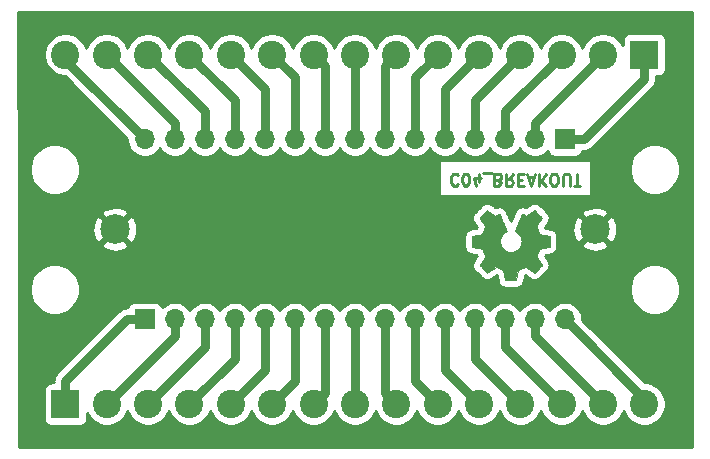
<source format=gbr>
G04 #@! TF.GenerationSoftware,KiCad,Pcbnew,5.1.5-52549c5~86~ubuntu18.04.1*
G04 #@! TF.CreationDate,2020-09-14T13:58:43-05:00*
G04 #@! TF.ProjectId,C04,4330342e-6b69-4636-9164-5f7063625858,rev?*
G04 #@! TF.SameCoordinates,Original*
G04 #@! TF.FileFunction,Copper,L2,Bot*
G04 #@! TF.FilePolarity,Positive*
%FSLAX46Y46*%
G04 Gerber Fmt 4.6, Leading zero omitted, Abs format (unit mm)*
G04 Created by KiCad (PCBNEW 5.1.5-52549c5~86~ubuntu18.04.1) date 2020-09-14 13:58:43*
%MOMM*%
%LPD*%
G04 APERTURE LIST*
%ADD10C,0.250000*%
%ADD11C,0.010000*%
%ADD12C,2.400000*%
%ADD13R,2.400000X2.400000*%
%ADD14O,1.700000X1.700000*%
%ADD15R,1.700000X1.700000*%
%ADD16C,2.499360*%
%ADD17C,0.750000*%
%ADD18C,0.254000*%
G04 APERTURE END LIST*
D10*
X57930066Y-34440857D02*
X57882447Y-34393238D01*
X57739590Y-34345619D01*
X57644352Y-34345619D01*
X57501495Y-34393238D01*
X57406257Y-34488476D01*
X57358638Y-34583714D01*
X57311019Y-34774190D01*
X57311019Y-34917047D01*
X57358638Y-35107523D01*
X57406257Y-35202761D01*
X57501495Y-35298000D01*
X57644352Y-35345619D01*
X57739590Y-35345619D01*
X57882447Y-35298000D01*
X57930066Y-35250380D01*
X58549114Y-35345619D02*
X58644352Y-35345619D01*
X58739590Y-35298000D01*
X58787209Y-35250380D01*
X58834828Y-35155142D01*
X58882447Y-34964666D01*
X58882447Y-34726571D01*
X58834828Y-34536095D01*
X58787209Y-34440857D01*
X58739590Y-34393238D01*
X58644352Y-34345619D01*
X58549114Y-34345619D01*
X58453876Y-34393238D01*
X58406257Y-34440857D01*
X58358638Y-34536095D01*
X58311019Y-34726571D01*
X58311019Y-34964666D01*
X58358638Y-35155142D01*
X58406257Y-35250380D01*
X58453876Y-35298000D01*
X58549114Y-35345619D01*
X59739590Y-35012285D02*
X59739590Y-34345619D01*
X59501495Y-35393238D02*
X59263400Y-34678952D01*
X59882447Y-34678952D01*
X60025304Y-34250380D02*
X60787209Y-34250380D01*
X61358638Y-34869428D02*
X61501495Y-34821809D01*
X61549114Y-34774190D01*
X61596733Y-34678952D01*
X61596733Y-34536095D01*
X61549114Y-34440857D01*
X61501495Y-34393238D01*
X61406257Y-34345619D01*
X61025304Y-34345619D01*
X61025304Y-35345619D01*
X61358638Y-35345619D01*
X61453876Y-35298000D01*
X61501495Y-35250380D01*
X61549114Y-35155142D01*
X61549114Y-35059904D01*
X61501495Y-34964666D01*
X61453876Y-34917047D01*
X61358638Y-34869428D01*
X61025304Y-34869428D01*
X62596733Y-34345619D02*
X62263400Y-34821809D01*
X62025304Y-34345619D02*
X62025304Y-35345619D01*
X62406257Y-35345619D01*
X62501495Y-35298000D01*
X62549114Y-35250380D01*
X62596733Y-35155142D01*
X62596733Y-35012285D01*
X62549114Y-34917047D01*
X62501495Y-34869428D01*
X62406257Y-34821809D01*
X62025304Y-34821809D01*
X63025304Y-34869428D02*
X63358638Y-34869428D01*
X63501495Y-34345619D02*
X63025304Y-34345619D01*
X63025304Y-35345619D01*
X63501495Y-35345619D01*
X63882447Y-34631333D02*
X64358638Y-34631333D01*
X63787209Y-34345619D02*
X64120542Y-35345619D01*
X64453876Y-34345619D01*
X64787209Y-34345619D02*
X64787209Y-35345619D01*
X65358638Y-34345619D02*
X64930066Y-34917047D01*
X65358638Y-35345619D02*
X64787209Y-34774190D01*
X65977685Y-35345619D02*
X66168161Y-35345619D01*
X66263400Y-35298000D01*
X66358638Y-35202761D01*
X66406257Y-35012285D01*
X66406257Y-34678952D01*
X66358638Y-34488476D01*
X66263400Y-34393238D01*
X66168161Y-34345619D01*
X65977685Y-34345619D01*
X65882447Y-34393238D01*
X65787209Y-34488476D01*
X65739590Y-34678952D01*
X65739590Y-35012285D01*
X65787209Y-35202761D01*
X65882447Y-35298000D01*
X65977685Y-35345619D01*
X66834828Y-35345619D02*
X66834828Y-34536095D01*
X66882447Y-34440857D01*
X66930066Y-34393238D01*
X67025304Y-34345619D01*
X67215780Y-34345619D01*
X67311019Y-34393238D01*
X67358638Y-34440857D01*
X67406257Y-34536095D01*
X67406257Y-35345619D01*
X67739590Y-35345619D02*
X68311019Y-35345619D01*
X68025304Y-34345619D02*
X68025304Y-35345619D01*
D11*
G36*
X62963614Y-42917069D02*
G01*
X63047435Y-42472445D01*
X63356720Y-42344947D01*
X63666006Y-42217449D01*
X64037046Y-42469754D01*
X64140957Y-42540004D01*
X64234887Y-42602728D01*
X64314452Y-42655062D01*
X64375270Y-42694143D01*
X64412957Y-42717107D01*
X64423221Y-42722058D01*
X64441710Y-42709324D01*
X64481220Y-42674118D01*
X64537322Y-42620938D01*
X64605587Y-42554282D01*
X64681586Y-42478646D01*
X64760892Y-42398528D01*
X64839075Y-42318426D01*
X64911707Y-42242836D01*
X64974359Y-42176255D01*
X65022603Y-42123182D01*
X65052010Y-42088113D01*
X65059041Y-42076377D01*
X65048923Y-42054740D01*
X65020559Y-42007338D01*
X64976929Y-41938807D01*
X64921018Y-41853785D01*
X64855806Y-41756907D01*
X64818019Y-41701650D01*
X64749143Y-41600752D01*
X64687940Y-41509701D01*
X64637378Y-41433030D01*
X64600428Y-41375272D01*
X64580058Y-41340957D01*
X64576997Y-41333746D01*
X64583936Y-41313252D01*
X64602851Y-41265487D01*
X64630887Y-41197168D01*
X64665191Y-41115011D01*
X64702909Y-41025730D01*
X64741187Y-40936042D01*
X64777170Y-40852662D01*
X64808006Y-40782306D01*
X64830839Y-40731690D01*
X64842817Y-40707529D01*
X64843524Y-40706578D01*
X64862331Y-40701964D01*
X64912418Y-40691672D01*
X64988593Y-40676713D01*
X65085665Y-40658099D01*
X65198443Y-40636841D01*
X65264242Y-40624582D01*
X65384750Y-40601638D01*
X65493597Y-40579805D01*
X65585276Y-40560278D01*
X65654281Y-40544252D01*
X65695104Y-40532921D01*
X65703311Y-40529326D01*
X65711348Y-40504994D01*
X65717833Y-40450041D01*
X65722770Y-40370892D01*
X65726164Y-40273974D01*
X65728018Y-40165713D01*
X65728338Y-40052535D01*
X65727127Y-39940865D01*
X65724390Y-39837132D01*
X65720131Y-39747759D01*
X65714355Y-39679174D01*
X65707067Y-39637803D01*
X65702695Y-39629190D01*
X65676564Y-39618867D01*
X65621193Y-39604108D01*
X65543907Y-39586648D01*
X65452030Y-39568220D01*
X65419958Y-39562259D01*
X65265324Y-39533934D01*
X65143175Y-39511124D01*
X65049473Y-39492920D01*
X64980184Y-39478417D01*
X64931271Y-39466708D01*
X64898697Y-39456885D01*
X64878428Y-39448044D01*
X64866426Y-39439276D01*
X64864747Y-39437543D01*
X64847984Y-39409629D01*
X64822414Y-39355305D01*
X64790588Y-39281223D01*
X64755060Y-39194035D01*
X64718383Y-39100392D01*
X64683111Y-39006948D01*
X64651796Y-38920353D01*
X64626993Y-38847260D01*
X64611254Y-38794322D01*
X64607132Y-38768189D01*
X64607476Y-38767274D01*
X64621441Y-38745914D01*
X64653122Y-38698916D01*
X64699191Y-38631173D01*
X64756318Y-38547577D01*
X64821173Y-38453018D01*
X64839643Y-38426146D01*
X64905499Y-38328725D01*
X64963450Y-38239837D01*
X65010338Y-38164588D01*
X65043007Y-38108080D01*
X65058300Y-38075419D01*
X65059041Y-38071407D01*
X65046192Y-38050316D01*
X65010688Y-38008536D01*
X64957093Y-37950555D01*
X64889971Y-37880865D01*
X64813887Y-37803955D01*
X64733404Y-37724317D01*
X64653087Y-37646439D01*
X64577499Y-37574814D01*
X64511205Y-37513930D01*
X64458769Y-37468279D01*
X64424755Y-37442350D01*
X64415345Y-37438117D01*
X64393443Y-37448088D01*
X64348600Y-37474980D01*
X64288121Y-37514264D01*
X64241589Y-37545883D01*
X64157275Y-37603902D01*
X64057426Y-37672216D01*
X63957273Y-37740421D01*
X63903427Y-37776925D01*
X63721171Y-37900200D01*
X63568181Y-37817480D01*
X63498482Y-37781241D01*
X63439214Y-37753074D01*
X63399111Y-37737009D01*
X63388903Y-37734774D01*
X63376629Y-37751278D01*
X63352413Y-37797918D01*
X63318063Y-37870391D01*
X63275388Y-37964394D01*
X63226194Y-38075626D01*
X63172290Y-38199785D01*
X63115484Y-38332568D01*
X63057582Y-38469673D01*
X63000393Y-38606798D01*
X62945724Y-38739642D01*
X62895384Y-38863902D01*
X62851180Y-38975275D01*
X62814919Y-39069461D01*
X62788409Y-39142156D01*
X62773458Y-39189059D01*
X62771054Y-39205167D01*
X62790111Y-39225714D01*
X62831836Y-39259067D01*
X62887506Y-39298298D01*
X62892178Y-39301401D01*
X63036064Y-39416577D01*
X63152083Y-39550947D01*
X63239230Y-39700216D01*
X63296499Y-39860087D01*
X63322886Y-40026263D01*
X63317385Y-40194448D01*
X63278990Y-40360345D01*
X63206695Y-40519658D01*
X63185426Y-40554513D01*
X63074796Y-40695263D01*
X62944102Y-40808286D01*
X62797864Y-40892997D01*
X62640608Y-40948806D01*
X62476857Y-40975126D01*
X62311133Y-40971370D01*
X62147962Y-40936950D01*
X61991865Y-40871277D01*
X61847367Y-40773765D01*
X61802669Y-40734187D01*
X61688912Y-40610297D01*
X61606018Y-40479876D01*
X61549156Y-40333685D01*
X61517487Y-40188912D01*
X61509669Y-40026140D01*
X61535738Y-39862560D01*
X61593045Y-39703702D01*
X61678944Y-39555094D01*
X61790786Y-39422265D01*
X61925923Y-39310744D01*
X61943683Y-39298989D01*
X61999950Y-39260492D01*
X62042723Y-39227137D01*
X62063172Y-39205840D01*
X62063469Y-39205167D01*
X62059079Y-39182129D01*
X62041676Y-39129843D01*
X62013068Y-39052610D01*
X61975065Y-38954732D01*
X61929474Y-38840509D01*
X61878103Y-38714242D01*
X61822762Y-38580233D01*
X61765258Y-38442782D01*
X61707401Y-38306192D01*
X61650998Y-38174763D01*
X61597858Y-38052795D01*
X61549790Y-37944591D01*
X61508601Y-37854451D01*
X61476101Y-37786677D01*
X61454097Y-37745570D01*
X61445236Y-37734774D01*
X61418160Y-37743181D01*
X61367497Y-37765728D01*
X61301983Y-37798387D01*
X61265959Y-37817480D01*
X61112968Y-37900200D01*
X60930712Y-37776925D01*
X60837675Y-37713772D01*
X60735815Y-37644273D01*
X60640362Y-37578835D01*
X60592550Y-37545883D01*
X60525305Y-37500727D01*
X60468364Y-37464943D01*
X60429154Y-37443062D01*
X60416419Y-37438437D01*
X60397883Y-37450915D01*
X60356859Y-37485748D01*
X60297325Y-37539322D01*
X60223258Y-37608017D01*
X60138635Y-37688219D01*
X60085115Y-37739714D01*
X59991481Y-37831714D01*
X59910559Y-37914001D01*
X59845623Y-37983055D01*
X59799942Y-38035356D01*
X59776789Y-38067384D01*
X59774568Y-38073884D01*
X59784876Y-38098606D01*
X59813361Y-38148595D01*
X59856863Y-38218788D01*
X59912223Y-38304125D01*
X59976280Y-38399544D01*
X59994497Y-38426146D01*
X60060873Y-38522833D01*
X60120422Y-38609883D01*
X60169816Y-38682405D01*
X60205725Y-38735507D01*
X60224819Y-38764297D01*
X60226664Y-38767274D01*
X60223905Y-38790218D01*
X60209262Y-38840664D01*
X60185287Y-38911959D01*
X60154534Y-38997453D01*
X60119556Y-39090493D01*
X60082907Y-39184426D01*
X60047139Y-39272601D01*
X60014806Y-39348366D01*
X59988462Y-39405069D01*
X59970658Y-39436057D01*
X59969393Y-39437543D01*
X59958506Y-39446399D01*
X59940118Y-39455157D01*
X59910194Y-39464723D01*
X59864697Y-39476004D01*
X59799591Y-39489907D01*
X59710839Y-39507337D01*
X59594407Y-39529202D01*
X59446258Y-39556409D01*
X59414182Y-39562259D01*
X59319114Y-39580626D01*
X59236235Y-39598595D01*
X59172870Y-39614431D01*
X59136342Y-39626400D01*
X59131444Y-39629190D01*
X59123373Y-39653928D01*
X59116813Y-39709210D01*
X59111767Y-39788611D01*
X59108241Y-39885704D01*
X59106239Y-39994062D01*
X59105764Y-40107260D01*
X59106823Y-40218872D01*
X59109418Y-40322471D01*
X59113554Y-40411632D01*
X59119237Y-40479928D01*
X59126469Y-40520934D01*
X59130829Y-40529326D01*
X59155102Y-40537792D01*
X59210374Y-40551565D01*
X59291138Y-40569450D01*
X59391888Y-40590252D01*
X59507117Y-40612777D01*
X59569898Y-40624582D01*
X59689013Y-40646849D01*
X59795235Y-40667021D01*
X59883373Y-40684085D01*
X59948234Y-40697031D01*
X59984626Y-40704845D01*
X59990616Y-40706578D01*
X60000739Y-40726110D01*
X60022138Y-40773157D01*
X60051961Y-40840997D01*
X60087355Y-40922909D01*
X60125468Y-41012172D01*
X60163447Y-41102065D01*
X60198440Y-41185865D01*
X60227594Y-41256853D01*
X60248057Y-41308306D01*
X60256977Y-41333503D01*
X60257143Y-41334604D01*
X60247031Y-41354481D01*
X60218683Y-41400223D01*
X60175077Y-41467283D01*
X60119194Y-41551116D01*
X60054013Y-41647174D01*
X60016121Y-41702350D01*
X59947075Y-41803519D01*
X59885750Y-41895370D01*
X59835137Y-41973256D01*
X59798229Y-42032531D01*
X59778018Y-42068549D01*
X59775099Y-42076623D01*
X59787647Y-42095416D01*
X59822337Y-42135543D01*
X59874737Y-42192507D01*
X59940416Y-42261815D01*
X60014944Y-42338969D01*
X60093887Y-42419475D01*
X60172817Y-42498837D01*
X60247300Y-42572560D01*
X60312906Y-42636148D01*
X60365204Y-42685106D01*
X60399761Y-42714939D01*
X60411322Y-42722058D01*
X60430146Y-42712047D01*
X60475169Y-42683922D01*
X60542013Y-42640546D01*
X60626301Y-42584782D01*
X60723656Y-42519494D01*
X60797093Y-42469754D01*
X61168133Y-42217449D01*
X61786705Y-42472445D01*
X61870525Y-42917069D01*
X61954346Y-43361693D01*
X62879794Y-43361693D01*
X62963614Y-42917069D01*
G37*
X62963614Y-42917069D02*
X63047435Y-42472445D01*
X63356720Y-42344947D01*
X63666006Y-42217449D01*
X64037046Y-42469754D01*
X64140957Y-42540004D01*
X64234887Y-42602728D01*
X64314452Y-42655062D01*
X64375270Y-42694143D01*
X64412957Y-42717107D01*
X64423221Y-42722058D01*
X64441710Y-42709324D01*
X64481220Y-42674118D01*
X64537322Y-42620938D01*
X64605587Y-42554282D01*
X64681586Y-42478646D01*
X64760892Y-42398528D01*
X64839075Y-42318426D01*
X64911707Y-42242836D01*
X64974359Y-42176255D01*
X65022603Y-42123182D01*
X65052010Y-42088113D01*
X65059041Y-42076377D01*
X65048923Y-42054740D01*
X65020559Y-42007338D01*
X64976929Y-41938807D01*
X64921018Y-41853785D01*
X64855806Y-41756907D01*
X64818019Y-41701650D01*
X64749143Y-41600752D01*
X64687940Y-41509701D01*
X64637378Y-41433030D01*
X64600428Y-41375272D01*
X64580058Y-41340957D01*
X64576997Y-41333746D01*
X64583936Y-41313252D01*
X64602851Y-41265487D01*
X64630887Y-41197168D01*
X64665191Y-41115011D01*
X64702909Y-41025730D01*
X64741187Y-40936042D01*
X64777170Y-40852662D01*
X64808006Y-40782306D01*
X64830839Y-40731690D01*
X64842817Y-40707529D01*
X64843524Y-40706578D01*
X64862331Y-40701964D01*
X64912418Y-40691672D01*
X64988593Y-40676713D01*
X65085665Y-40658099D01*
X65198443Y-40636841D01*
X65264242Y-40624582D01*
X65384750Y-40601638D01*
X65493597Y-40579805D01*
X65585276Y-40560278D01*
X65654281Y-40544252D01*
X65695104Y-40532921D01*
X65703311Y-40529326D01*
X65711348Y-40504994D01*
X65717833Y-40450041D01*
X65722770Y-40370892D01*
X65726164Y-40273974D01*
X65728018Y-40165713D01*
X65728338Y-40052535D01*
X65727127Y-39940865D01*
X65724390Y-39837132D01*
X65720131Y-39747759D01*
X65714355Y-39679174D01*
X65707067Y-39637803D01*
X65702695Y-39629190D01*
X65676564Y-39618867D01*
X65621193Y-39604108D01*
X65543907Y-39586648D01*
X65452030Y-39568220D01*
X65419958Y-39562259D01*
X65265324Y-39533934D01*
X65143175Y-39511124D01*
X65049473Y-39492920D01*
X64980184Y-39478417D01*
X64931271Y-39466708D01*
X64898697Y-39456885D01*
X64878428Y-39448044D01*
X64866426Y-39439276D01*
X64864747Y-39437543D01*
X64847984Y-39409629D01*
X64822414Y-39355305D01*
X64790588Y-39281223D01*
X64755060Y-39194035D01*
X64718383Y-39100392D01*
X64683111Y-39006948D01*
X64651796Y-38920353D01*
X64626993Y-38847260D01*
X64611254Y-38794322D01*
X64607132Y-38768189D01*
X64607476Y-38767274D01*
X64621441Y-38745914D01*
X64653122Y-38698916D01*
X64699191Y-38631173D01*
X64756318Y-38547577D01*
X64821173Y-38453018D01*
X64839643Y-38426146D01*
X64905499Y-38328725D01*
X64963450Y-38239837D01*
X65010338Y-38164588D01*
X65043007Y-38108080D01*
X65058300Y-38075419D01*
X65059041Y-38071407D01*
X65046192Y-38050316D01*
X65010688Y-38008536D01*
X64957093Y-37950555D01*
X64889971Y-37880865D01*
X64813887Y-37803955D01*
X64733404Y-37724317D01*
X64653087Y-37646439D01*
X64577499Y-37574814D01*
X64511205Y-37513930D01*
X64458769Y-37468279D01*
X64424755Y-37442350D01*
X64415345Y-37438117D01*
X64393443Y-37448088D01*
X64348600Y-37474980D01*
X64288121Y-37514264D01*
X64241589Y-37545883D01*
X64157275Y-37603902D01*
X64057426Y-37672216D01*
X63957273Y-37740421D01*
X63903427Y-37776925D01*
X63721171Y-37900200D01*
X63568181Y-37817480D01*
X63498482Y-37781241D01*
X63439214Y-37753074D01*
X63399111Y-37737009D01*
X63388903Y-37734774D01*
X63376629Y-37751278D01*
X63352413Y-37797918D01*
X63318063Y-37870391D01*
X63275388Y-37964394D01*
X63226194Y-38075626D01*
X63172290Y-38199785D01*
X63115484Y-38332568D01*
X63057582Y-38469673D01*
X63000393Y-38606798D01*
X62945724Y-38739642D01*
X62895384Y-38863902D01*
X62851180Y-38975275D01*
X62814919Y-39069461D01*
X62788409Y-39142156D01*
X62773458Y-39189059D01*
X62771054Y-39205167D01*
X62790111Y-39225714D01*
X62831836Y-39259067D01*
X62887506Y-39298298D01*
X62892178Y-39301401D01*
X63036064Y-39416577D01*
X63152083Y-39550947D01*
X63239230Y-39700216D01*
X63296499Y-39860087D01*
X63322886Y-40026263D01*
X63317385Y-40194448D01*
X63278990Y-40360345D01*
X63206695Y-40519658D01*
X63185426Y-40554513D01*
X63074796Y-40695263D01*
X62944102Y-40808286D01*
X62797864Y-40892997D01*
X62640608Y-40948806D01*
X62476857Y-40975126D01*
X62311133Y-40971370D01*
X62147962Y-40936950D01*
X61991865Y-40871277D01*
X61847367Y-40773765D01*
X61802669Y-40734187D01*
X61688912Y-40610297D01*
X61606018Y-40479876D01*
X61549156Y-40333685D01*
X61517487Y-40188912D01*
X61509669Y-40026140D01*
X61535738Y-39862560D01*
X61593045Y-39703702D01*
X61678944Y-39555094D01*
X61790786Y-39422265D01*
X61925923Y-39310744D01*
X61943683Y-39298989D01*
X61999950Y-39260492D01*
X62042723Y-39227137D01*
X62063172Y-39205840D01*
X62063469Y-39205167D01*
X62059079Y-39182129D01*
X62041676Y-39129843D01*
X62013068Y-39052610D01*
X61975065Y-38954732D01*
X61929474Y-38840509D01*
X61878103Y-38714242D01*
X61822762Y-38580233D01*
X61765258Y-38442782D01*
X61707401Y-38306192D01*
X61650998Y-38174763D01*
X61597858Y-38052795D01*
X61549790Y-37944591D01*
X61508601Y-37854451D01*
X61476101Y-37786677D01*
X61454097Y-37745570D01*
X61445236Y-37734774D01*
X61418160Y-37743181D01*
X61367497Y-37765728D01*
X61301983Y-37798387D01*
X61265959Y-37817480D01*
X61112968Y-37900200D01*
X60930712Y-37776925D01*
X60837675Y-37713772D01*
X60735815Y-37644273D01*
X60640362Y-37578835D01*
X60592550Y-37545883D01*
X60525305Y-37500727D01*
X60468364Y-37464943D01*
X60429154Y-37443062D01*
X60416419Y-37438437D01*
X60397883Y-37450915D01*
X60356859Y-37485748D01*
X60297325Y-37539322D01*
X60223258Y-37608017D01*
X60138635Y-37688219D01*
X60085115Y-37739714D01*
X59991481Y-37831714D01*
X59910559Y-37914001D01*
X59845623Y-37983055D01*
X59799942Y-38035356D01*
X59776789Y-38067384D01*
X59774568Y-38073884D01*
X59784876Y-38098606D01*
X59813361Y-38148595D01*
X59856863Y-38218788D01*
X59912223Y-38304125D01*
X59976280Y-38399544D01*
X59994497Y-38426146D01*
X60060873Y-38522833D01*
X60120422Y-38609883D01*
X60169816Y-38682405D01*
X60205725Y-38735507D01*
X60224819Y-38764297D01*
X60226664Y-38767274D01*
X60223905Y-38790218D01*
X60209262Y-38840664D01*
X60185287Y-38911959D01*
X60154534Y-38997453D01*
X60119556Y-39090493D01*
X60082907Y-39184426D01*
X60047139Y-39272601D01*
X60014806Y-39348366D01*
X59988462Y-39405069D01*
X59970658Y-39436057D01*
X59969393Y-39437543D01*
X59958506Y-39446399D01*
X59940118Y-39455157D01*
X59910194Y-39464723D01*
X59864697Y-39476004D01*
X59799591Y-39489907D01*
X59710839Y-39507337D01*
X59594407Y-39529202D01*
X59446258Y-39556409D01*
X59414182Y-39562259D01*
X59319114Y-39580626D01*
X59236235Y-39598595D01*
X59172870Y-39614431D01*
X59136342Y-39626400D01*
X59131444Y-39629190D01*
X59123373Y-39653928D01*
X59116813Y-39709210D01*
X59111767Y-39788611D01*
X59108241Y-39885704D01*
X59106239Y-39994062D01*
X59105764Y-40107260D01*
X59106823Y-40218872D01*
X59109418Y-40322471D01*
X59113554Y-40411632D01*
X59119237Y-40479928D01*
X59126469Y-40520934D01*
X59130829Y-40529326D01*
X59155102Y-40537792D01*
X59210374Y-40551565D01*
X59291138Y-40569450D01*
X59391888Y-40590252D01*
X59507117Y-40612777D01*
X59569898Y-40624582D01*
X59689013Y-40646849D01*
X59795235Y-40667021D01*
X59883373Y-40684085D01*
X59948234Y-40697031D01*
X59984626Y-40704845D01*
X59990616Y-40706578D01*
X60000739Y-40726110D01*
X60022138Y-40773157D01*
X60051961Y-40840997D01*
X60087355Y-40922909D01*
X60125468Y-41012172D01*
X60163447Y-41102065D01*
X60198440Y-41185865D01*
X60227594Y-41256853D01*
X60248057Y-41308306D01*
X60256977Y-41333503D01*
X60257143Y-41334604D01*
X60247031Y-41354481D01*
X60218683Y-41400223D01*
X60175077Y-41467283D01*
X60119194Y-41551116D01*
X60054013Y-41647174D01*
X60016121Y-41702350D01*
X59947075Y-41803519D01*
X59885750Y-41895370D01*
X59835137Y-41973256D01*
X59798229Y-42032531D01*
X59778018Y-42068549D01*
X59775099Y-42076623D01*
X59787647Y-42095416D01*
X59822337Y-42135543D01*
X59874737Y-42192507D01*
X59940416Y-42261815D01*
X60014944Y-42338969D01*
X60093887Y-42419475D01*
X60172817Y-42498837D01*
X60247300Y-42572560D01*
X60312906Y-42636148D01*
X60365204Y-42685106D01*
X60399761Y-42714939D01*
X60411322Y-42722058D01*
X60430146Y-42712047D01*
X60475169Y-42683922D01*
X60542013Y-42640546D01*
X60626301Y-42584782D01*
X60723656Y-42519494D01*
X60797093Y-42469754D01*
X61168133Y-42217449D01*
X61786705Y-42472445D01*
X61870525Y-42917069D01*
X61954346Y-43361693D01*
X62879794Y-43361693D01*
X62963614Y-42917069D01*
D12*
X73710000Y-53843000D03*
X70210000Y-53843000D03*
X66710000Y-53843000D03*
X63210000Y-53843000D03*
X59710000Y-53843000D03*
X56210000Y-53843000D03*
X52710000Y-53843000D03*
X49210000Y-53843000D03*
X45710000Y-53843000D03*
X42210000Y-53843000D03*
X38710000Y-53843000D03*
X35210000Y-53843000D03*
X31710000Y-53843000D03*
X28210000Y-53843000D03*
D13*
X24710000Y-53843000D03*
D14*
X66990000Y-46670000D03*
X64450000Y-46670000D03*
X61910000Y-46670000D03*
X59370000Y-46670000D03*
X56830000Y-46670000D03*
X54290000Y-46670000D03*
X51750000Y-46670000D03*
X49210000Y-46670000D03*
X46670000Y-46670000D03*
X44130000Y-46670000D03*
X41590000Y-46670000D03*
X39050000Y-46670000D03*
X36510000Y-46670000D03*
X33970000Y-46670000D03*
D15*
X31430000Y-46670000D03*
D14*
X31430000Y-31430000D03*
X33970000Y-31430000D03*
X36510000Y-31430000D03*
X39050000Y-31430000D03*
X41590000Y-31430000D03*
X44130000Y-31430000D03*
X46670000Y-31430000D03*
X49210000Y-31430000D03*
X51750000Y-31430000D03*
X54290000Y-31430000D03*
X56830000Y-31430000D03*
X59370000Y-31430000D03*
X61910000Y-31430000D03*
X64450000Y-31430000D03*
D15*
X66990000Y-31430000D03*
D12*
X24710000Y-24257000D03*
X28210000Y-24257000D03*
X31710000Y-24257000D03*
X35210000Y-24257000D03*
X38710000Y-24257000D03*
X42210000Y-24257000D03*
X45710000Y-24257000D03*
X49210000Y-24257000D03*
X52710000Y-24257000D03*
X56210000Y-24257000D03*
X59710000Y-24257000D03*
X63210000Y-24257000D03*
X66710000Y-24257000D03*
X70210000Y-24257000D03*
D13*
X73710000Y-24257000D03*
D16*
X69530000Y-39050000D03*
X28890000Y-39050000D03*
D17*
X24710000Y-24710000D02*
X24710000Y-24257000D01*
X31430000Y-31430000D02*
X24710000Y-24710000D01*
X33970000Y-30017000D02*
X28210000Y-24257000D01*
X33970000Y-31430000D02*
X33970000Y-30017000D01*
X36510000Y-29057000D02*
X36510000Y-31430000D01*
X31710000Y-24257000D02*
X36510000Y-29057000D01*
X39050000Y-28097000D02*
X35210000Y-24257000D01*
X39050000Y-31430000D02*
X39050000Y-28097000D01*
X41590000Y-27137000D02*
X38710000Y-24257000D01*
X41590000Y-31430000D02*
X41590000Y-27137000D01*
X44130000Y-26177000D02*
X42210000Y-24257000D01*
X44130000Y-31430000D02*
X44130000Y-26177000D01*
X46670000Y-25217000D02*
X45710000Y-24257000D01*
X46670000Y-31430000D02*
X46670000Y-25217000D01*
X49210000Y-31430000D02*
X49210000Y-24257000D01*
X51750000Y-25217000D02*
X52710000Y-24257000D01*
X51750000Y-31430000D02*
X51750000Y-25217000D01*
X54290000Y-26177000D02*
X56210000Y-24257000D01*
X54290000Y-31430000D02*
X54290000Y-26177000D01*
X56830000Y-27137000D02*
X59710000Y-24257000D01*
X56830000Y-31430000D02*
X56830000Y-27137000D01*
X59370000Y-28097000D02*
X63210000Y-24257000D01*
X59370000Y-31430000D02*
X59370000Y-28097000D01*
X61910000Y-29057000D02*
X66710000Y-24257000D01*
X61910000Y-31430000D02*
X61910000Y-29057000D01*
X64450000Y-30017000D02*
X70210000Y-24257000D01*
X64450000Y-31430000D02*
X64450000Y-30017000D01*
X73710000Y-26207000D02*
X73710000Y-24257000D01*
X66990000Y-31430000D02*
X68590000Y-31430000D01*
X73710000Y-26310000D02*
X73710000Y-26207000D01*
X68590000Y-31430000D02*
X73710000Y-26310000D01*
X73710000Y-53390000D02*
X73710000Y-53843000D01*
X66990000Y-46670000D02*
X73710000Y-53390000D01*
X64450000Y-48083000D02*
X70210000Y-53843000D01*
X64450000Y-46670000D02*
X64450000Y-48083000D01*
X61910000Y-49043000D02*
X66710000Y-53843000D01*
X61910000Y-46670000D02*
X61910000Y-49043000D01*
X59370000Y-50003000D02*
X63210000Y-53843000D01*
X59370000Y-46670000D02*
X59370000Y-50003000D01*
X56830000Y-50963000D02*
X59710000Y-53843000D01*
X56830000Y-46670000D02*
X56830000Y-50963000D01*
X54290000Y-51923000D02*
X56210000Y-53843000D01*
X54290000Y-46670000D02*
X54290000Y-51923000D01*
X51750000Y-52883000D02*
X52710000Y-53843000D01*
X51750000Y-46670000D02*
X51750000Y-52883000D01*
X49210000Y-46670000D02*
X49210000Y-53843000D01*
X46670000Y-52883000D02*
X45710000Y-53843000D01*
X46670000Y-46670000D02*
X46670000Y-52883000D01*
X44130000Y-51923000D02*
X42210000Y-53843000D01*
X44130000Y-46670000D02*
X44130000Y-51923000D01*
X41590000Y-50963000D02*
X38710000Y-53843000D01*
X41590000Y-46670000D02*
X41590000Y-50963000D01*
X39050000Y-50003000D02*
X35210000Y-53843000D01*
X39050000Y-46670000D02*
X39050000Y-50003000D01*
X36510000Y-49043000D02*
X31710000Y-53843000D01*
X36510000Y-46670000D02*
X36510000Y-49043000D01*
X33970000Y-48083000D02*
X33970000Y-46670000D01*
X28210000Y-53843000D02*
X33970000Y-48083000D01*
X24710000Y-53843000D02*
X24710000Y-51893000D01*
X29933000Y-46670000D02*
X31430000Y-46670000D01*
X24710000Y-51893000D02*
X29933000Y-46670000D01*
D18*
G36*
X77760001Y-44483030D02*
G01*
X77724527Y-57440000D01*
X20776936Y-57440000D01*
X20770370Y-52643000D01*
X22871928Y-52643000D01*
X22871928Y-55043000D01*
X22884188Y-55167482D01*
X22920498Y-55287180D01*
X22979463Y-55397494D01*
X23058815Y-55494185D01*
X23155506Y-55573537D01*
X23265820Y-55632502D01*
X23385518Y-55668812D01*
X23510000Y-55681072D01*
X25910000Y-55681072D01*
X26034482Y-55668812D01*
X26154180Y-55632502D01*
X26264494Y-55573537D01*
X26361185Y-55494185D01*
X26440537Y-55397494D01*
X26499502Y-55287180D01*
X26535812Y-55167482D01*
X26548072Y-55043000D01*
X26548072Y-54625838D01*
X26583844Y-54712199D01*
X26784662Y-55012744D01*
X27040256Y-55268338D01*
X27340801Y-55469156D01*
X27674750Y-55607482D01*
X28029268Y-55678000D01*
X28390732Y-55678000D01*
X28745250Y-55607482D01*
X29079199Y-55469156D01*
X29379744Y-55268338D01*
X29635338Y-55012744D01*
X29836156Y-54712199D01*
X29960000Y-54413213D01*
X30083844Y-54712199D01*
X30284662Y-55012744D01*
X30540256Y-55268338D01*
X30840801Y-55469156D01*
X31174750Y-55607482D01*
X31529268Y-55678000D01*
X31890732Y-55678000D01*
X32245250Y-55607482D01*
X32579199Y-55469156D01*
X32879744Y-55268338D01*
X33135338Y-55012744D01*
X33336156Y-54712199D01*
X33460000Y-54413213D01*
X33583844Y-54712199D01*
X33784662Y-55012744D01*
X34040256Y-55268338D01*
X34340801Y-55469156D01*
X34674750Y-55607482D01*
X35029268Y-55678000D01*
X35390732Y-55678000D01*
X35745250Y-55607482D01*
X36079199Y-55469156D01*
X36379744Y-55268338D01*
X36635338Y-55012744D01*
X36836156Y-54712199D01*
X36960000Y-54413213D01*
X37083844Y-54712199D01*
X37284662Y-55012744D01*
X37540256Y-55268338D01*
X37840801Y-55469156D01*
X38174750Y-55607482D01*
X38529268Y-55678000D01*
X38890732Y-55678000D01*
X39245250Y-55607482D01*
X39579199Y-55469156D01*
X39879744Y-55268338D01*
X40135338Y-55012744D01*
X40336156Y-54712199D01*
X40460000Y-54413213D01*
X40583844Y-54712199D01*
X40784662Y-55012744D01*
X41040256Y-55268338D01*
X41340801Y-55469156D01*
X41674750Y-55607482D01*
X42029268Y-55678000D01*
X42390732Y-55678000D01*
X42745250Y-55607482D01*
X43079199Y-55469156D01*
X43379744Y-55268338D01*
X43635338Y-55012744D01*
X43836156Y-54712199D01*
X43960000Y-54413213D01*
X44083844Y-54712199D01*
X44284662Y-55012744D01*
X44540256Y-55268338D01*
X44840801Y-55469156D01*
X45174750Y-55607482D01*
X45529268Y-55678000D01*
X45890732Y-55678000D01*
X46245250Y-55607482D01*
X46579199Y-55469156D01*
X46879744Y-55268338D01*
X47135338Y-55012744D01*
X47336156Y-54712199D01*
X47460000Y-54413213D01*
X47583844Y-54712199D01*
X47784662Y-55012744D01*
X48040256Y-55268338D01*
X48340801Y-55469156D01*
X48674750Y-55607482D01*
X49029268Y-55678000D01*
X49390732Y-55678000D01*
X49745250Y-55607482D01*
X50079199Y-55469156D01*
X50379744Y-55268338D01*
X50635338Y-55012744D01*
X50836156Y-54712199D01*
X50960000Y-54413213D01*
X51083844Y-54712199D01*
X51284662Y-55012744D01*
X51540256Y-55268338D01*
X51840801Y-55469156D01*
X52174750Y-55607482D01*
X52529268Y-55678000D01*
X52890732Y-55678000D01*
X53245250Y-55607482D01*
X53579199Y-55469156D01*
X53879744Y-55268338D01*
X54135338Y-55012744D01*
X54336156Y-54712199D01*
X54460000Y-54413213D01*
X54583844Y-54712199D01*
X54784662Y-55012744D01*
X55040256Y-55268338D01*
X55340801Y-55469156D01*
X55674750Y-55607482D01*
X56029268Y-55678000D01*
X56390732Y-55678000D01*
X56745250Y-55607482D01*
X57079199Y-55469156D01*
X57379744Y-55268338D01*
X57635338Y-55012744D01*
X57836156Y-54712199D01*
X57960000Y-54413213D01*
X58083844Y-54712199D01*
X58284662Y-55012744D01*
X58540256Y-55268338D01*
X58840801Y-55469156D01*
X59174750Y-55607482D01*
X59529268Y-55678000D01*
X59890732Y-55678000D01*
X60245250Y-55607482D01*
X60579199Y-55469156D01*
X60879744Y-55268338D01*
X61135338Y-55012744D01*
X61336156Y-54712199D01*
X61460000Y-54413213D01*
X61583844Y-54712199D01*
X61784662Y-55012744D01*
X62040256Y-55268338D01*
X62340801Y-55469156D01*
X62674750Y-55607482D01*
X63029268Y-55678000D01*
X63390732Y-55678000D01*
X63745250Y-55607482D01*
X64079199Y-55469156D01*
X64379744Y-55268338D01*
X64635338Y-55012744D01*
X64836156Y-54712199D01*
X64960000Y-54413213D01*
X65083844Y-54712199D01*
X65284662Y-55012744D01*
X65540256Y-55268338D01*
X65840801Y-55469156D01*
X66174750Y-55607482D01*
X66529268Y-55678000D01*
X66890732Y-55678000D01*
X67245250Y-55607482D01*
X67579199Y-55469156D01*
X67879744Y-55268338D01*
X68135338Y-55012744D01*
X68336156Y-54712199D01*
X68460000Y-54413213D01*
X68583844Y-54712199D01*
X68784662Y-55012744D01*
X69040256Y-55268338D01*
X69340801Y-55469156D01*
X69674750Y-55607482D01*
X70029268Y-55678000D01*
X70390732Y-55678000D01*
X70745250Y-55607482D01*
X71079199Y-55469156D01*
X71379744Y-55268338D01*
X71635338Y-55012744D01*
X71836156Y-54712199D01*
X71960000Y-54413213D01*
X72083844Y-54712199D01*
X72284662Y-55012744D01*
X72540256Y-55268338D01*
X72840801Y-55469156D01*
X73174750Y-55607482D01*
X73529268Y-55678000D01*
X73890732Y-55678000D01*
X74245250Y-55607482D01*
X74579199Y-55469156D01*
X74879744Y-55268338D01*
X75135338Y-55012744D01*
X75336156Y-54712199D01*
X75474482Y-54378250D01*
X75545000Y-54023732D01*
X75545000Y-53662268D01*
X75474482Y-53307750D01*
X75336156Y-52973801D01*
X75135338Y-52673256D01*
X74879744Y-52417662D01*
X74579199Y-52216844D01*
X74245250Y-52078518D01*
X73890732Y-52008000D01*
X73756355Y-52008000D01*
X68475000Y-46726645D01*
X68475000Y-46523740D01*
X68417932Y-46236842D01*
X68305990Y-45966589D01*
X68143475Y-45723368D01*
X67936632Y-45516525D01*
X67693411Y-45354010D01*
X67423158Y-45242068D01*
X67136260Y-45185000D01*
X66843740Y-45185000D01*
X66556842Y-45242068D01*
X66286589Y-45354010D01*
X66043368Y-45516525D01*
X65836525Y-45723368D01*
X65720000Y-45897760D01*
X65603475Y-45723368D01*
X65396632Y-45516525D01*
X65153411Y-45354010D01*
X64883158Y-45242068D01*
X64596260Y-45185000D01*
X64303740Y-45185000D01*
X64016842Y-45242068D01*
X63746589Y-45354010D01*
X63503368Y-45516525D01*
X63296525Y-45723368D01*
X63180000Y-45897760D01*
X63063475Y-45723368D01*
X62856632Y-45516525D01*
X62613411Y-45354010D01*
X62343158Y-45242068D01*
X62056260Y-45185000D01*
X61763740Y-45185000D01*
X61476842Y-45242068D01*
X61206589Y-45354010D01*
X60963368Y-45516525D01*
X60756525Y-45723368D01*
X60640000Y-45897760D01*
X60523475Y-45723368D01*
X60316632Y-45516525D01*
X60073411Y-45354010D01*
X59803158Y-45242068D01*
X59516260Y-45185000D01*
X59223740Y-45185000D01*
X58936842Y-45242068D01*
X58666589Y-45354010D01*
X58423368Y-45516525D01*
X58216525Y-45723368D01*
X58100000Y-45897760D01*
X57983475Y-45723368D01*
X57776632Y-45516525D01*
X57533411Y-45354010D01*
X57263158Y-45242068D01*
X56976260Y-45185000D01*
X56683740Y-45185000D01*
X56396842Y-45242068D01*
X56126589Y-45354010D01*
X55883368Y-45516525D01*
X55676525Y-45723368D01*
X55560000Y-45897760D01*
X55443475Y-45723368D01*
X55236632Y-45516525D01*
X54993411Y-45354010D01*
X54723158Y-45242068D01*
X54436260Y-45185000D01*
X54143740Y-45185000D01*
X53856842Y-45242068D01*
X53586589Y-45354010D01*
X53343368Y-45516525D01*
X53136525Y-45723368D01*
X53020000Y-45897760D01*
X52903475Y-45723368D01*
X52696632Y-45516525D01*
X52453411Y-45354010D01*
X52183158Y-45242068D01*
X51896260Y-45185000D01*
X51603740Y-45185000D01*
X51316842Y-45242068D01*
X51046589Y-45354010D01*
X50803368Y-45516525D01*
X50596525Y-45723368D01*
X50480000Y-45897760D01*
X50363475Y-45723368D01*
X50156632Y-45516525D01*
X49913411Y-45354010D01*
X49643158Y-45242068D01*
X49356260Y-45185000D01*
X49063740Y-45185000D01*
X48776842Y-45242068D01*
X48506589Y-45354010D01*
X48263368Y-45516525D01*
X48056525Y-45723368D01*
X47940000Y-45897760D01*
X47823475Y-45723368D01*
X47616632Y-45516525D01*
X47373411Y-45354010D01*
X47103158Y-45242068D01*
X46816260Y-45185000D01*
X46523740Y-45185000D01*
X46236842Y-45242068D01*
X45966589Y-45354010D01*
X45723368Y-45516525D01*
X45516525Y-45723368D01*
X45400000Y-45897760D01*
X45283475Y-45723368D01*
X45076632Y-45516525D01*
X44833411Y-45354010D01*
X44563158Y-45242068D01*
X44276260Y-45185000D01*
X43983740Y-45185000D01*
X43696842Y-45242068D01*
X43426589Y-45354010D01*
X43183368Y-45516525D01*
X42976525Y-45723368D01*
X42860000Y-45897760D01*
X42743475Y-45723368D01*
X42536632Y-45516525D01*
X42293411Y-45354010D01*
X42023158Y-45242068D01*
X41736260Y-45185000D01*
X41443740Y-45185000D01*
X41156842Y-45242068D01*
X40886589Y-45354010D01*
X40643368Y-45516525D01*
X40436525Y-45723368D01*
X40320000Y-45897760D01*
X40203475Y-45723368D01*
X39996632Y-45516525D01*
X39753411Y-45354010D01*
X39483158Y-45242068D01*
X39196260Y-45185000D01*
X38903740Y-45185000D01*
X38616842Y-45242068D01*
X38346589Y-45354010D01*
X38103368Y-45516525D01*
X37896525Y-45723368D01*
X37780000Y-45897760D01*
X37663475Y-45723368D01*
X37456632Y-45516525D01*
X37213411Y-45354010D01*
X36943158Y-45242068D01*
X36656260Y-45185000D01*
X36363740Y-45185000D01*
X36076842Y-45242068D01*
X35806589Y-45354010D01*
X35563368Y-45516525D01*
X35356525Y-45723368D01*
X35240000Y-45897760D01*
X35123475Y-45723368D01*
X34916632Y-45516525D01*
X34673411Y-45354010D01*
X34403158Y-45242068D01*
X34116260Y-45185000D01*
X33823740Y-45185000D01*
X33536842Y-45242068D01*
X33266589Y-45354010D01*
X33023368Y-45516525D01*
X32891513Y-45648380D01*
X32869502Y-45575820D01*
X32810537Y-45465506D01*
X32731185Y-45368815D01*
X32634494Y-45289463D01*
X32524180Y-45230498D01*
X32404482Y-45194188D01*
X32280000Y-45181928D01*
X30580000Y-45181928D01*
X30455518Y-45194188D01*
X30335820Y-45230498D01*
X30225506Y-45289463D01*
X30128815Y-45368815D01*
X30049463Y-45465506D01*
X29990498Y-45575820D01*
X29965474Y-45658313D01*
X29932999Y-45655114D01*
X29883394Y-45660000D01*
X29883392Y-45660000D01*
X29735006Y-45674615D01*
X29544620Y-45732368D01*
X29369160Y-45826153D01*
X29215367Y-45952367D01*
X29183744Y-45990900D01*
X24030901Y-51143744D01*
X23992368Y-51175367D01*
X23960745Y-51213900D01*
X23960744Y-51213901D01*
X23866154Y-51329160D01*
X23772368Y-51504621D01*
X23714615Y-51695006D01*
X23695114Y-51893000D01*
X23700001Y-51942617D01*
X23700001Y-52004928D01*
X23510000Y-52004928D01*
X23385518Y-52017188D01*
X23265820Y-52053498D01*
X23155506Y-52112463D01*
X23058815Y-52191815D01*
X22979463Y-52288506D01*
X22920498Y-52398820D01*
X22884188Y-52518518D01*
X22871928Y-52643000D01*
X20770370Y-52643000D01*
X20758428Y-43919721D01*
X21675000Y-43919721D01*
X21675000Y-44340279D01*
X21757047Y-44752756D01*
X21917988Y-45141302D01*
X22151637Y-45490983D01*
X22449017Y-45788363D01*
X22798698Y-46022012D01*
X23187244Y-46182953D01*
X23599721Y-46265000D01*
X24020279Y-46265000D01*
X24432756Y-46182953D01*
X24821302Y-46022012D01*
X25170983Y-45788363D01*
X25468363Y-45490983D01*
X25702012Y-45141302D01*
X25862953Y-44752756D01*
X25945000Y-44340279D01*
X25945000Y-43919721D01*
X25862953Y-43507244D01*
X25702012Y-43118698D01*
X25468363Y-42769017D01*
X25170983Y-42471637D01*
X24821302Y-42237988D01*
X24432756Y-42077047D01*
X24020279Y-41995000D01*
X23599721Y-41995000D01*
X23187244Y-42077047D01*
X22798698Y-42237988D01*
X22449017Y-42471637D01*
X22151637Y-42769017D01*
X21917988Y-43118698D01*
X21757047Y-43507244D01*
X21675000Y-43919721D01*
X20758428Y-43919721D01*
X20753561Y-40363377D01*
X27756229Y-40363377D01*
X27882104Y-40653315D01*
X28214262Y-40819139D01*
X28572387Y-40916975D01*
X28942719Y-40943065D01*
X29311025Y-40896405D01*
X29663151Y-40778789D01*
X29897896Y-40653315D01*
X30023771Y-40363377D01*
X28890000Y-39229605D01*
X27756229Y-40363377D01*
X20753561Y-40363377D01*
X20751835Y-39102719D01*
X26996935Y-39102719D01*
X27043595Y-39471025D01*
X27161211Y-39823151D01*
X27286685Y-40057896D01*
X27576623Y-40183771D01*
X28710395Y-39050000D01*
X29069605Y-39050000D01*
X30203377Y-40183771D01*
X30386207Y-40104396D01*
X58465770Y-40104396D01*
X58465793Y-40113332D01*
X58466852Y-40224944D01*
X58466907Y-40225451D01*
X58466862Y-40225963D01*
X58467024Y-40234898D01*
X58469619Y-40338497D01*
X58469908Y-40340836D01*
X58469753Y-40343198D01*
X58470105Y-40352127D01*
X58474241Y-40441289D01*
X58475288Y-40448505D01*
X58475079Y-40455793D01*
X58475758Y-40464704D01*
X58481441Y-40533000D01*
X58485911Y-40557459D01*
X58487473Y-40582275D01*
X58488964Y-40591086D01*
X58496196Y-40632092D01*
X58504393Y-40661447D01*
X58509608Y-40691469D01*
X58521148Y-40721449D01*
X58529790Y-40752396D01*
X58543531Y-40779596D01*
X58547107Y-40788885D01*
X58551607Y-40801543D01*
X58552660Y-40803311D01*
X58554479Y-40808037D01*
X58558544Y-40815995D01*
X58562904Y-40824387D01*
X58577457Y-40846750D01*
X58586112Y-40863883D01*
X58597107Y-40877955D01*
X58615512Y-40908864D01*
X58624063Y-40918370D01*
X58631031Y-40929078D01*
X58661429Y-40960278D01*
X58663015Y-40962308D01*
X58665477Y-40964433D01*
X58665742Y-40964705D01*
X58699045Y-41001728D01*
X58709282Y-41009394D01*
X58718196Y-41018543D01*
X58759192Y-41046768D01*
X58799026Y-41076597D01*
X58810542Y-41082122D01*
X58821076Y-41089374D01*
X58866778Y-41109100D01*
X58873187Y-41112174D01*
X58874622Y-41113057D01*
X58876420Y-41113725D01*
X58911643Y-41130623D01*
X58920060Y-41133624D01*
X58944333Y-41142090D01*
X58968442Y-41147935D01*
X58991699Y-41156581D01*
X59000355Y-41158802D01*
X59055627Y-41172575D01*
X59059545Y-41173153D01*
X59063289Y-41174434D01*
X59072000Y-41176427D01*
X59152764Y-41194312D01*
X59152875Y-41194325D01*
X59152987Y-41194362D01*
X59161726Y-41196229D01*
X59262476Y-41217031D01*
X59262591Y-41217043D01*
X59269105Y-41218364D01*
X59384334Y-41240889D01*
X59384495Y-41240904D01*
X59388848Y-41241754D01*
X59451628Y-41253559D01*
X59451672Y-41253563D01*
X59452296Y-41253684D01*
X59536860Y-41269492D01*
X59525417Y-41286357D01*
X59488549Y-41340041D01*
X59488500Y-41340129D01*
X59487499Y-41341575D01*
X59418453Y-41442744D01*
X59418392Y-41442856D01*
X59414807Y-41448146D01*
X59353481Y-41539997D01*
X59353451Y-41540053D01*
X59349106Y-41546640D01*
X59298492Y-41624526D01*
X59297696Y-41626061D01*
X59296622Y-41627420D01*
X59291847Y-41634973D01*
X59254939Y-41694247D01*
X59250442Y-41703342D01*
X59244523Y-41711580D01*
X59240096Y-41719342D01*
X59219885Y-41755360D01*
X59200544Y-41799424D01*
X59198857Y-41802839D01*
X59186279Y-41825844D01*
X59184133Y-41832662D01*
X59179241Y-41842571D01*
X59176144Y-41850954D01*
X59173225Y-41859027D01*
X59171630Y-41865297D01*
X59169682Y-41869734D01*
X59164149Y-41894695D01*
X59162202Y-41902347D01*
X59148782Y-41944989D01*
X59146829Y-41962762D01*
X59142424Y-41980076D01*
X59140026Y-42024693D01*
X59135142Y-42069149D01*
X59136679Y-42086963D01*
X59135720Y-42104802D01*
X59142035Y-42149044D01*
X59145878Y-42193593D01*
X59150844Y-42210761D01*
X59153369Y-42228455D01*
X59168163Y-42270644D01*
X59180582Y-42313581D01*
X59188788Y-42329459D01*
X59194702Y-42346324D01*
X59217399Y-42384820D01*
X59225320Y-42400146D01*
X59227046Y-42404165D01*
X59228470Y-42406241D01*
X59237929Y-42424544D01*
X59242840Y-42432010D01*
X59255388Y-42450803D01*
X59277739Y-42478080D01*
X59297691Y-42507173D01*
X59303488Y-42513974D01*
X59338178Y-42554101D01*
X59342107Y-42557837D01*
X59345309Y-42562210D01*
X59351313Y-42568828D01*
X59403713Y-42625792D01*
X59403920Y-42625977D01*
X59404089Y-42626201D01*
X59410190Y-42632730D01*
X59475869Y-42702038D01*
X59475974Y-42702129D01*
X59480102Y-42706462D01*
X59554630Y-42783616D01*
X59554749Y-42783717D01*
X59557982Y-42787060D01*
X59636925Y-42867566D01*
X59637043Y-42867665D01*
X59640105Y-42870787D01*
X59719035Y-42950149D01*
X59719159Y-42950251D01*
X59722595Y-42953700D01*
X59797078Y-43027423D01*
X59797173Y-43027501D01*
X59801875Y-43032121D01*
X59867481Y-43095709D01*
X59868331Y-43096385D01*
X59869042Y-43097218D01*
X59875523Y-43103370D01*
X59927821Y-43152328D01*
X59934522Y-43157472D01*
X59940258Y-43163667D01*
X59946981Y-43169554D01*
X59981538Y-43199387D01*
X60019760Y-43226354D01*
X60056607Y-43255167D01*
X60064183Y-43259905D01*
X60075744Y-43267024D01*
X60081140Y-43269659D01*
X60083600Y-43271394D01*
X60091068Y-43274719D01*
X60103048Y-43282921D01*
X60146014Y-43301332D01*
X60187987Y-43321825D01*
X60203287Y-43325874D01*
X60217858Y-43332118D01*
X60263597Y-43341836D01*
X60308736Y-43353782D01*
X60324537Y-43354783D01*
X60340037Y-43358076D01*
X60386762Y-43358724D01*
X60433392Y-43361678D01*
X60449095Y-43359589D01*
X60464931Y-43359809D01*
X60510880Y-43351371D01*
X60557208Y-43345209D01*
X60572209Y-43340109D01*
X60587784Y-43337249D01*
X60631219Y-43320048D01*
X60675467Y-43305005D01*
X60689188Y-43297091D01*
X60703914Y-43291259D01*
X60711833Y-43287118D01*
X60730657Y-43277108D01*
X60745517Y-43267233D01*
X60761609Y-43259526D01*
X60769221Y-43254844D01*
X60814244Y-43226719D01*
X60815080Y-43226075D01*
X60816022Y-43225604D01*
X60823552Y-43220792D01*
X60890395Y-43177416D01*
X60890504Y-43177329D01*
X60895143Y-43174306D01*
X60979431Y-43118542D01*
X60979554Y-43118442D01*
X60982762Y-43116323D01*
X61080117Y-43051035D01*
X61080223Y-43050948D01*
X61082561Y-43049388D01*
X61155998Y-42999648D01*
X61156057Y-42999599D01*
X61156969Y-42998988D01*
X61225863Y-42952141D01*
X61241598Y-43035608D01*
X61241603Y-43035634D01*
X61325424Y-43480258D01*
X61325619Y-43480926D01*
X61325682Y-43481617D01*
X61343152Y-43540974D01*
X61360432Y-43600158D01*
X61360751Y-43600771D01*
X61360948Y-43601441D01*
X61389637Y-43656317D01*
X61418061Y-43710975D01*
X61418495Y-43711517D01*
X61418817Y-43712133D01*
X61457449Y-43760182D01*
X61496116Y-43808489D01*
X61496649Y-43808938D01*
X61497083Y-43809478D01*
X61544419Y-43849197D01*
X61591627Y-43888983D01*
X61592233Y-43889318D01*
X61592767Y-43889766D01*
X61647195Y-43919688D01*
X61700953Y-43949393D01*
X61701610Y-43949603D01*
X61702223Y-43949940D01*
X61761270Y-43968670D01*
X61819930Y-43987418D01*
X61820621Y-43987497D01*
X61821283Y-43987707D01*
X61882685Y-43994595D01*
X61944027Y-44001610D01*
X61944719Y-44001553D01*
X61945410Y-44001631D01*
X61954346Y-44001693D01*
X62879794Y-44001693D01*
X62880484Y-44001625D01*
X62881179Y-44001692D01*
X62942854Y-43995510D01*
X63004104Y-43989504D01*
X63004768Y-43989304D01*
X63005462Y-43989234D01*
X63064610Y-43971236D01*
X63123679Y-43953402D01*
X63124294Y-43953075D01*
X63124958Y-43952873D01*
X63179418Y-43923766D01*
X63187025Y-43919721D01*
X72475000Y-43919721D01*
X72475000Y-44340279D01*
X72557047Y-44752756D01*
X72717988Y-45141302D01*
X72951637Y-45490983D01*
X73249017Y-45788363D01*
X73598698Y-46022012D01*
X73987244Y-46182953D01*
X74399721Y-46265000D01*
X74820279Y-46265000D01*
X75232756Y-46182953D01*
X75621302Y-46022012D01*
X75970983Y-45788363D01*
X76268363Y-45490983D01*
X76502012Y-45141302D01*
X76662953Y-44752756D01*
X76745000Y-44340279D01*
X76745000Y-43919721D01*
X76662953Y-43507244D01*
X76502012Y-43118698D01*
X76268363Y-42769017D01*
X75970983Y-42471637D01*
X75621302Y-42237988D01*
X75232756Y-42077047D01*
X74820279Y-41995000D01*
X74399721Y-41995000D01*
X73987244Y-42077047D01*
X73598698Y-42237988D01*
X73249017Y-42471637D01*
X72951637Y-42769017D01*
X72717988Y-43118698D01*
X72557047Y-43507244D01*
X72475000Y-43919721D01*
X63187025Y-43919721D01*
X63233965Y-43894763D01*
X63234503Y-43894324D01*
X63235117Y-43893996D01*
X63283078Y-43854707D01*
X63330760Y-43815818D01*
X63331200Y-43815286D01*
X63331742Y-43814842D01*
X63371207Y-43766926D01*
X63410378Y-43719576D01*
X63410708Y-43718966D01*
X63411151Y-43718428D01*
X63440378Y-43664092D01*
X63469786Y-43609703D01*
X63469993Y-43609035D01*
X63470321Y-43608425D01*
X63488421Y-43549502D01*
X63506722Y-43490383D01*
X63506795Y-43489691D01*
X63506999Y-43489026D01*
X63508716Y-43480257D01*
X63592536Y-43035632D01*
X63608276Y-42952141D01*
X63677169Y-42998988D01*
X63677252Y-42999033D01*
X63678598Y-42999957D01*
X63782508Y-43070206D01*
X63782640Y-43070277D01*
X63785541Y-43072244D01*
X63879471Y-43134968D01*
X63879609Y-43135042D01*
X63883186Y-43137430D01*
X63962751Y-43189764D01*
X63962852Y-43189817D01*
X63968469Y-43193482D01*
X64029287Y-43232563D01*
X64032126Y-43234017D01*
X64034650Y-43235972D01*
X64042249Y-43240675D01*
X64079936Y-43263639D01*
X64104130Y-43275312D01*
X64126880Y-43289611D01*
X64134901Y-43293549D01*
X64145166Y-43298500D01*
X64163596Y-43305263D01*
X64180953Y-43314431D01*
X64192157Y-43317780D01*
X64192434Y-43317914D01*
X64193726Y-43318250D01*
X64222109Y-43326734D01*
X64262426Y-43341529D01*
X64281811Y-43344582D01*
X64300626Y-43350207D01*
X64343401Y-43354283D01*
X64385811Y-43360963D01*
X64405420Y-43360193D01*
X64424969Y-43362056D01*
X64467705Y-43357748D01*
X64510621Y-43356063D01*
X64529716Y-43351497D01*
X64549245Y-43349528D01*
X64590318Y-43337004D01*
X64632102Y-43327012D01*
X64649953Y-43318821D01*
X64668721Y-43313098D01*
X64706581Y-43292835D01*
X64745627Y-43274918D01*
X64761536Y-43263423D01*
X64778846Y-43254159D01*
X64786241Y-43249141D01*
X64804730Y-43236407D01*
X64831828Y-43213542D01*
X64860771Y-43193048D01*
X64867484Y-43187149D01*
X64906994Y-43151943D01*
X64910663Y-43147966D01*
X64914983Y-43144703D01*
X64921511Y-43138601D01*
X64977613Y-43085420D01*
X64977788Y-43085218D01*
X64978005Y-43085049D01*
X64984442Y-43078851D01*
X65052706Y-43012195D01*
X65052795Y-43012089D01*
X65057051Y-43007912D01*
X65133049Y-42932277D01*
X65133148Y-42932157D01*
X65136433Y-42928884D01*
X65215739Y-42848766D01*
X65215841Y-42848641D01*
X65218893Y-42845557D01*
X65297077Y-42765455D01*
X65297178Y-42765329D01*
X65300563Y-42761855D01*
X65373195Y-42686264D01*
X65373268Y-42686171D01*
X65377799Y-42681423D01*
X65440451Y-42614842D01*
X65441092Y-42614012D01*
X65441883Y-42613316D01*
X65447939Y-42606745D01*
X65496183Y-42553672D01*
X65501168Y-42546977D01*
X65507216Y-42541214D01*
X65513005Y-42534407D01*
X65542412Y-42499338D01*
X65568437Y-42461302D01*
X65596378Y-42424659D01*
X65601024Y-42417026D01*
X65608055Y-42405290D01*
X65610954Y-42399165D01*
X65612946Y-42396253D01*
X65618788Y-42382611D01*
X65632832Y-42352934D01*
X65658363Y-42300908D01*
X65659539Y-42296500D01*
X65661485Y-42292388D01*
X65675608Y-42236268D01*
X65690560Y-42180223D01*
X65690857Y-42175672D01*
X65691968Y-42171259D01*
X65694925Y-42113415D01*
X65698704Y-42055582D01*
X65698112Y-42051065D01*
X65698345Y-42046515D01*
X65690002Y-41989153D01*
X65682481Y-41931734D01*
X65681024Y-41927420D01*
X65680368Y-41922909D01*
X65661056Y-41868296D01*
X65655386Y-41851507D01*
X65654435Y-41847484D01*
X65652858Y-41844023D01*
X65642514Y-41813395D01*
X65638785Y-41805274D01*
X65628667Y-41783637D01*
X65614319Y-41759435D01*
X65602648Y-41733820D01*
X65598113Y-41726121D01*
X65569749Y-41678719D01*
X65567122Y-41675168D01*
X65565180Y-41671201D01*
X65560433Y-41663629D01*
X65516803Y-41595098D01*
X65516645Y-41594897D01*
X65516525Y-41594660D01*
X65511667Y-41587160D01*
X65455756Y-41502138D01*
X65455684Y-41502048D01*
X65451940Y-41496403D01*
X65386728Y-41399525D01*
X65386627Y-41399403D01*
X65384094Y-41395643D01*
X65346307Y-41340385D01*
X65297835Y-41269377D01*
X65316726Y-41265816D01*
X65381463Y-41253755D01*
X65381579Y-41253722D01*
X65383944Y-41253288D01*
X65504452Y-41230344D01*
X65504577Y-41230307D01*
X65510617Y-41229139D01*
X65619464Y-41207306D01*
X65619539Y-41207283D01*
X65626922Y-41205764D01*
X65718600Y-41186237D01*
X65719942Y-41185811D01*
X65721341Y-41185647D01*
X65730059Y-41183686D01*
X65799064Y-41167660D01*
X65807754Y-41164723D01*
X65816824Y-41163268D01*
X65825451Y-41160937D01*
X65866273Y-41149607D01*
X65904526Y-41134837D01*
X65943684Y-41122674D01*
X65951894Y-41119145D01*
X65960101Y-41115550D01*
X65972149Y-41108802D01*
X65985086Y-41103959D01*
X66026560Y-41078323D01*
X66069075Y-41054508D01*
X66079581Y-41045549D01*
X66091333Y-41038285D01*
X66127040Y-41005079D01*
X66164118Y-40973462D01*
X66172683Y-40962634D01*
X66182801Y-40953225D01*
X66211371Y-40913725D01*
X66241609Y-40875499D01*
X66247912Y-40863206D01*
X66256004Y-40852018D01*
X66276352Y-40807736D01*
X66298596Y-40764350D01*
X66302390Y-40751068D01*
X66308156Y-40738521D01*
X66311018Y-40730055D01*
X66319055Y-40705723D01*
X66332216Y-40647220D01*
X66345829Y-40588867D01*
X66346436Y-40584015D01*
X66346470Y-40583863D01*
X66346474Y-40583710D01*
X66346938Y-40580000D01*
X66353423Y-40525047D01*
X66353684Y-40511822D01*
X66355973Y-40498799D01*
X66356592Y-40489884D01*
X66361529Y-40410735D01*
X66361377Y-40406454D01*
X66362003Y-40402219D01*
X66362378Y-40393291D01*
X66363425Y-40363377D01*
X68396229Y-40363377D01*
X68522104Y-40653315D01*
X68854262Y-40819139D01*
X69212387Y-40916975D01*
X69582719Y-40943065D01*
X69951025Y-40896405D01*
X70303151Y-40778789D01*
X70537896Y-40653315D01*
X70663771Y-40363377D01*
X69530000Y-39229605D01*
X68396229Y-40363377D01*
X66363425Y-40363377D01*
X66365772Y-40296373D01*
X66365693Y-40295116D01*
X66365855Y-40293866D01*
X66366070Y-40284933D01*
X66367924Y-40176671D01*
X66367916Y-40176566D01*
X66367928Y-40176458D01*
X66368015Y-40167523D01*
X66368334Y-40054537D01*
X66368335Y-40054532D01*
X66368335Y-40054345D01*
X66368334Y-40054337D01*
X66368300Y-40045595D01*
X66367089Y-39933925D01*
X66367035Y-39933426D01*
X66367078Y-39932919D01*
X66366904Y-39923984D01*
X66364167Y-39820251D01*
X66363878Y-39817934D01*
X66364028Y-39815596D01*
X66363665Y-39806667D01*
X66359406Y-39717295D01*
X66358362Y-39710166D01*
X66358562Y-39702960D01*
X66357873Y-39694051D01*
X66352097Y-39625465D01*
X66347673Y-39601391D01*
X66346139Y-39576951D01*
X66344650Y-39568140D01*
X66337362Y-39526769D01*
X66329964Y-39500256D01*
X66325511Y-39473102D01*
X66313220Y-39440249D01*
X66303791Y-39406459D01*
X66295210Y-39389464D01*
X66292499Y-39380731D01*
X66287498Y-39371499D01*
X66281743Y-39356116D01*
X66277754Y-39348120D01*
X66273382Y-39339507D01*
X66257031Y-39313854D01*
X66247491Y-39294960D01*
X66242750Y-39288890D01*
X66233007Y-39270903D01*
X66218481Y-39253371D01*
X66206247Y-39234177D01*
X66178731Y-39205396D01*
X66153315Y-39174721D01*
X66135658Y-39160343D01*
X66119931Y-39143893D01*
X66087345Y-39121001D01*
X66064894Y-39102719D01*
X67636935Y-39102719D01*
X67683595Y-39471025D01*
X67801211Y-39823151D01*
X67926685Y-40057896D01*
X68216623Y-40183771D01*
X69350395Y-39050000D01*
X69709605Y-39050000D01*
X70843377Y-40183771D01*
X71133315Y-40057896D01*
X71299139Y-39725738D01*
X71396975Y-39367613D01*
X71423065Y-38997281D01*
X71376405Y-38628975D01*
X71258789Y-38276849D01*
X71133315Y-38042104D01*
X70843377Y-37916229D01*
X69709605Y-39050000D01*
X69350395Y-39050000D01*
X68216623Y-37916229D01*
X67926685Y-38042104D01*
X67760861Y-38374262D01*
X67663025Y-38732387D01*
X67636935Y-39102719D01*
X66064894Y-39102719D01*
X66056459Y-39095851D01*
X66036354Y-39085180D01*
X66017724Y-39072093D01*
X65981308Y-39055966D01*
X65946130Y-39037295D01*
X65937842Y-39033954D01*
X65911711Y-39023631D01*
X65880379Y-39014673D01*
X65850018Y-39002820D01*
X65841399Y-39000458D01*
X65786028Y-38985699D01*
X65778314Y-38984432D01*
X65770927Y-38981870D01*
X65762224Y-38979840D01*
X65684938Y-38962380D01*
X65681660Y-38961970D01*
X65678516Y-38960964D01*
X65669767Y-38959146D01*
X65577890Y-38940718D01*
X65577823Y-38940711D01*
X65577753Y-38940690D01*
X65568979Y-38938996D01*
X65536907Y-38933035D01*
X65536817Y-38933027D01*
X65535271Y-38932733D01*
X65381822Y-38904625D01*
X65324882Y-38893992D01*
X65315753Y-38870685D01*
X65313987Y-38866005D01*
X65348962Y-38815011D01*
X65348963Y-38815010D01*
X65367071Y-38788665D01*
X65367147Y-38788528D01*
X65369862Y-38784571D01*
X65435718Y-38687150D01*
X65436135Y-38686380D01*
X65436691Y-38685706D01*
X65441623Y-38678254D01*
X65499574Y-38589366D01*
X65500544Y-38587503D01*
X65501853Y-38585847D01*
X65506631Y-38578296D01*
X65553519Y-38503046D01*
X65556237Y-38497554D01*
X65559881Y-38492617D01*
X65564407Y-38484912D01*
X65597076Y-38428404D01*
X65606662Y-38407304D01*
X65618770Y-38387539D01*
X65622616Y-38379473D01*
X65637909Y-38346812D01*
X65642818Y-38332943D01*
X65649735Y-38319968D01*
X65663620Y-38274165D01*
X65679583Y-38229063D01*
X65681702Y-38214519D01*
X65685972Y-38200435D01*
X65687656Y-38191658D01*
X65688397Y-38187646D01*
X65691908Y-38146393D01*
X65698135Y-38105454D01*
X65697192Y-38084291D01*
X65698988Y-38063190D01*
X65694420Y-38022049D01*
X65692577Y-37980672D01*
X65687541Y-37960092D01*
X65685204Y-37939047D01*
X65672727Y-37899560D01*
X65662886Y-37859346D01*
X65653955Y-37840150D01*
X65647571Y-37819945D01*
X65627662Y-37783635D01*
X65610198Y-37746097D01*
X65605602Y-37738433D01*
X65604500Y-37736623D01*
X68396229Y-37736623D01*
X69530000Y-38870395D01*
X70663771Y-37736623D01*
X70537896Y-37446685D01*
X70205738Y-37280861D01*
X69847613Y-37183025D01*
X69477281Y-37156935D01*
X69108975Y-37203595D01*
X68756849Y-37321211D01*
X68522104Y-37446685D01*
X68396229Y-37736623D01*
X65604500Y-37736623D01*
X65592752Y-37717342D01*
X65565217Y-37680736D01*
X65539624Y-37642732D01*
X65533885Y-37635882D01*
X65498381Y-37594102D01*
X65491970Y-37587902D01*
X65486683Y-37580717D01*
X65480663Y-37574113D01*
X65427068Y-37516132D01*
X65425494Y-37514732D01*
X65424209Y-37513059D01*
X65418055Y-37506580D01*
X65350933Y-37436889D01*
X65350913Y-37436872D01*
X65344956Y-37430767D01*
X65268872Y-37353856D01*
X65268779Y-37353779D01*
X65264041Y-37349025D01*
X65183558Y-37269387D01*
X65183457Y-37269305D01*
X65178922Y-37264846D01*
X65098605Y-37186968D01*
X65098531Y-37186909D01*
X65093293Y-37181876D01*
X65017705Y-37110251D01*
X65017293Y-37109931D01*
X65016945Y-37109531D01*
X65010405Y-37103441D01*
X64944111Y-37042557D01*
X64940882Y-37040127D01*
X64938144Y-37037145D01*
X64931445Y-37031231D01*
X64879009Y-36985580D01*
X64865671Y-36976086D01*
X64853834Y-36964767D01*
X64846765Y-36959301D01*
X64812751Y-36933372D01*
X64807512Y-36930134D01*
X64802923Y-36926028D01*
X64767610Y-36905127D01*
X64757542Y-36897283D01*
X64740386Y-36888646D01*
X64706501Y-36867703D01*
X64700736Y-36865545D01*
X64695435Y-36862408D01*
X64687311Y-36858685D01*
X64677901Y-36854452D01*
X64661468Y-36848915D01*
X64645976Y-36841116D01*
X64605190Y-36829788D01*
X64589518Y-36823923D01*
X64585175Y-36823210D01*
X64559533Y-36814571D01*
X64542338Y-36812332D01*
X64525626Y-36807690D01*
X64480521Y-36804281D01*
X64435673Y-36798440D01*
X64418369Y-36799583D01*
X64401075Y-36798276D01*
X64356173Y-36803692D01*
X64311038Y-36806674D01*
X64294282Y-36811158D01*
X64277067Y-36813234D01*
X64234068Y-36827269D01*
X64190377Y-36838960D01*
X64174818Y-36846609D01*
X64158327Y-36851992D01*
X64150169Y-36855638D01*
X64128267Y-36865609D01*
X64100827Y-36881501D01*
X64071985Y-36894676D01*
X64064290Y-36899218D01*
X64019447Y-36926110D01*
X64013799Y-36930297D01*
X64007506Y-36933449D01*
X63999978Y-36938265D01*
X63939499Y-36977549D01*
X63937786Y-36978917D01*
X63935845Y-36979940D01*
X63928419Y-36984911D01*
X63881888Y-37016530D01*
X63881774Y-37016625D01*
X63878785Y-37018651D01*
X63795096Y-37076240D01*
X63696792Y-37143497D01*
X63675232Y-37158180D01*
X63637105Y-37142906D01*
X63590607Y-37129370D01*
X63559398Y-37118776D01*
X63550640Y-37115547D01*
X63549221Y-37115321D01*
X63544710Y-37113790D01*
X63535994Y-37111819D01*
X63525786Y-37109584D01*
X63520483Y-37108956D01*
X63517177Y-37107994D01*
X63498347Y-37106336D01*
X63476414Y-37103741D01*
X63427285Y-37095926D01*
X63414474Y-37096410D01*
X63401745Y-37094903D01*
X63352178Y-37098761D01*
X63302467Y-37100637D01*
X63289989Y-37103601D01*
X63277216Y-37104595D01*
X63229340Y-37118007D01*
X63180942Y-37129503D01*
X63169284Y-37134831D01*
X63156940Y-37138289D01*
X63112577Y-37160748D01*
X63067338Y-37181423D01*
X63056933Y-37188917D01*
X63045500Y-37194705D01*
X63006341Y-37225355D01*
X62965983Y-37254422D01*
X62957235Y-37263790D01*
X62947141Y-37271691D01*
X62914689Y-37309354D01*
X62880736Y-37345715D01*
X62875354Y-37352848D01*
X62863080Y-37369352D01*
X62838905Y-37409525D01*
X62812800Y-37448463D01*
X62808627Y-37456365D01*
X62784411Y-37503005D01*
X62781743Y-37509661D01*
X62777968Y-37515760D01*
X62774085Y-37523808D01*
X62739735Y-37596281D01*
X62739465Y-37597034D01*
X62739054Y-37597722D01*
X62735303Y-37605833D01*
X62692628Y-37699836D01*
X62692584Y-37699965D01*
X62690076Y-37705531D01*
X62640882Y-37816763D01*
X62640833Y-37816913D01*
X62639134Y-37820753D01*
X62585230Y-37944911D01*
X62585185Y-37945051D01*
X62583875Y-37948055D01*
X62527069Y-38080838D01*
X62527026Y-38080973D01*
X62525905Y-38083578D01*
X62468003Y-38220683D01*
X62467964Y-38220808D01*
X62466895Y-38223322D01*
X62417101Y-38342715D01*
X62414306Y-38335946D01*
X62414240Y-38335822D01*
X62413176Y-38333228D01*
X62355672Y-38195777D01*
X62355607Y-38195656D01*
X62354570Y-38193160D01*
X62296713Y-38056570D01*
X62296646Y-38056446D01*
X62295530Y-38053796D01*
X62239127Y-37922366D01*
X62239056Y-37922238D01*
X62237729Y-37919132D01*
X62184588Y-37797164D01*
X62184515Y-37797033D01*
X62182743Y-37792968D01*
X62134675Y-37684765D01*
X62134616Y-37684661D01*
X62131897Y-37678600D01*
X62090708Y-37588460D01*
X62089974Y-37587196D01*
X62089489Y-37585806D01*
X62085681Y-37577722D01*
X62053180Y-37509947D01*
X62048126Y-37501609D01*
X62044511Y-37492551D01*
X62040349Y-37484643D01*
X62018345Y-37443536D01*
X61986056Y-37395229D01*
X61954424Y-37346479D01*
X61948940Y-37339703D01*
X61948933Y-37339692D01*
X61948925Y-37339684D01*
X61948802Y-37339532D01*
X61939941Y-37328736D01*
X61896310Y-37285072D01*
X61852762Y-37241295D01*
X61852164Y-37240892D01*
X61851653Y-37240381D01*
X61800434Y-37206064D01*
X61749150Y-37171536D01*
X61748482Y-37171256D01*
X61747885Y-37170856D01*
X61690851Y-37147089D01*
X61633962Y-37123233D01*
X61633260Y-37123089D01*
X61632589Y-37122810D01*
X61571984Y-37110566D01*
X61511586Y-37098222D01*
X61510862Y-37098218D01*
X61510156Y-37098075D01*
X61448478Y-37097836D01*
X61386681Y-37097459D01*
X61385972Y-37097595D01*
X61385251Y-37097592D01*
X61324808Y-37109317D01*
X61264008Y-37120969D01*
X61262705Y-37121364D01*
X61262631Y-37121378D01*
X61262554Y-37121409D01*
X61255456Y-37123559D01*
X61228380Y-37131966D01*
X61197782Y-37144859D01*
X61166131Y-37154894D01*
X61158799Y-37158096D01*
X61097072Y-37115980D01*
X61003088Y-37051549D01*
X60955736Y-37018915D01*
X60955677Y-37018882D01*
X60949340Y-37014563D01*
X60882094Y-36969407D01*
X60877481Y-36966925D01*
X60873377Y-36963655D01*
X60865844Y-36958848D01*
X60808903Y-36923064D01*
X60797966Y-36917600D01*
X60788012Y-36910483D01*
X60780239Y-36906074D01*
X60741029Y-36884193D01*
X60698028Y-36865439D01*
X60673289Y-36853180D01*
X60664970Y-36848672D01*
X60662886Y-36848025D01*
X60656001Y-36844613D01*
X60647623Y-36841505D01*
X60634888Y-36836880D01*
X60629213Y-36835427D01*
X60626537Y-36834260D01*
X60613441Y-36831389D01*
X60589988Y-36825385D01*
X60545684Y-36811626D01*
X60529568Y-36809917D01*
X60513884Y-36805902D01*
X60467608Y-36803348D01*
X60421473Y-36798456D01*
X60405331Y-36799910D01*
X60389168Y-36799018D01*
X60343273Y-36805501D01*
X60297071Y-36809663D01*
X60281526Y-36814223D01*
X60265489Y-36816488D01*
X60221707Y-36831769D01*
X60177215Y-36844820D01*
X60162853Y-36852311D01*
X60147560Y-36857649D01*
X60107597Y-36881133D01*
X60099645Y-36885281D01*
X60094130Y-36887592D01*
X60090388Y-36890110D01*
X60066469Y-36902586D01*
X60059022Y-36907525D01*
X60040486Y-36920003D01*
X60016408Y-36939885D01*
X59990498Y-36957318D01*
X59983646Y-36963055D01*
X59942622Y-36997887D01*
X59939310Y-37001309D01*
X59935434Y-37004082D01*
X59928750Y-37010014D01*
X59869217Y-37063588D01*
X59868988Y-37063838D01*
X59868707Y-37064046D01*
X59862113Y-37070077D01*
X59788047Y-37138772D01*
X59787975Y-37138853D01*
X59783007Y-37143497D01*
X59698383Y-37223699D01*
X59698275Y-37223824D01*
X59694896Y-37227030D01*
X59641376Y-37278525D01*
X59641301Y-37278613D01*
X59636567Y-37283200D01*
X59542933Y-37375200D01*
X59542273Y-37375990D01*
X59541473Y-37376639D01*
X59535164Y-37382966D01*
X59454242Y-37465253D01*
X59452547Y-37467352D01*
X59450489Y-37469101D01*
X59444322Y-37475568D01*
X59379386Y-37544622D01*
X59374921Y-37550412D01*
X59369523Y-37555352D01*
X59363598Y-37562042D01*
X59317917Y-37614343D01*
X59303382Y-37634694D01*
X59286559Y-37653206D01*
X59281274Y-37660412D01*
X59258121Y-37692439D01*
X59245847Y-37713475D01*
X59245023Y-37714465D01*
X59243411Y-37717425D01*
X59227427Y-37739055D01*
X59212639Y-37770388D01*
X59195172Y-37800324D01*
X59189778Y-37815934D01*
X59185296Y-37824166D01*
X59181442Y-37836489D01*
X59174116Y-37852012D01*
X59171168Y-37860448D01*
X59168946Y-37866948D01*
X59162069Y-37896119D01*
X59154377Y-37918380D01*
X59153225Y-37926718D01*
X59148015Y-37943379D01*
X59145550Y-37966194D01*
X59140287Y-37988521D01*
X59138859Y-38028133D01*
X59137566Y-38040097D01*
X59137288Y-38042111D01*
X59137309Y-38042475D01*
X59134599Y-38067562D01*
X59136613Y-38090420D01*
X59135786Y-38113346D01*
X59142081Y-38152495D01*
X59145560Y-38191987D01*
X59151973Y-38214011D01*
X59155616Y-38236669D01*
X59169395Y-38273847D01*
X59180478Y-38311912D01*
X59183860Y-38320184D01*
X59194168Y-38344906D01*
X59210665Y-38375628D01*
X59224447Y-38407668D01*
X59228817Y-38415463D01*
X59257302Y-38465452D01*
X59261550Y-38471458D01*
X59264707Y-38478109D01*
X59269362Y-38485738D01*
X59312864Y-38555930D01*
X59314170Y-38557640D01*
X59315135Y-38559568D01*
X59319946Y-38567098D01*
X59375306Y-38652435D01*
X59375659Y-38652878D01*
X59375926Y-38653391D01*
X59380856Y-38660844D01*
X59444912Y-38756263D01*
X59445005Y-38756376D01*
X59448228Y-38761153D01*
X59466445Y-38787755D01*
X59466476Y-38787792D01*
X59466865Y-38788367D01*
X59520158Y-38865997D01*
X59509228Y-38894010D01*
X59477453Y-38899978D01*
X59330962Y-38926880D01*
X59299353Y-38932645D01*
X59299238Y-38932678D01*
X59292780Y-38933879D01*
X59197712Y-38952246D01*
X59195035Y-38953041D01*
X59192253Y-38953325D01*
X59183507Y-38955158D01*
X59100627Y-38973127D01*
X59095300Y-38974841D01*
X59089745Y-38975585D01*
X59081061Y-38977692D01*
X59017696Y-38993528D01*
X59000247Y-38999752D01*
X58982100Y-39003524D01*
X58973589Y-39006248D01*
X58937061Y-39018217D01*
X58882344Y-39042284D01*
X58879518Y-39043499D01*
X58847572Y-39055590D01*
X58839056Y-39060897D01*
X58827367Y-39065923D01*
X58822869Y-39068444D01*
X58822726Y-39068507D01*
X58822601Y-39068594D01*
X58819572Y-39070292D01*
X58814673Y-39073082D01*
X58778833Y-39098427D01*
X58741565Y-39121652D01*
X58727933Y-39134422D01*
X58712691Y-39145201D01*
X58682460Y-39177021D01*
X58650409Y-39207046D01*
X58639517Y-39222221D01*
X58626659Y-39235755D01*
X58603176Y-39272853D01*
X58577576Y-39308520D01*
X58569843Y-39325512D01*
X58559853Y-39341294D01*
X58544024Y-39382245D01*
X58525838Y-39422206D01*
X58523008Y-39430682D01*
X58514937Y-39455420D01*
X58502297Y-39512582D01*
X58488947Y-39569645D01*
X58487983Y-39577313D01*
X58487968Y-39577380D01*
X58487967Y-39577441D01*
X58487832Y-39578512D01*
X58481272Y-39633794D01*
X58481006Y-39646845D01*
X58478730Y-39659705D01*
X58478101Y-39668620D01*
X58473055Y-39748020D01*
X58473200Y-39752261D01*
X58472575Y-39756456D01*
X58472189Y-39765384D01*
X58468663Y-39862477D01*
X58468739Y-39863712D01*
X58468577Y-39864949D01*
X58468350Y-39873882D01*
X58466348Y-39982240D01*
X58466356Y-39982339D01*
X58466344Y-39982441D01*
X58466245Y-39991376D01*
X58465771Y-40104388D01*
X58465770Y-40104396D01*
X30386207Y-40104396D01*
X30493315Y-40057896D01*
X30659139Y-39725738D01*
X30756975Y-39367613D01*
X30783065Y-38997281D01*
X30736405Y-38628975D01*
X30618789Y-38276849D01*
X30493315Y-38042104D01*
X30203377Y-37916229D01*
X29069605Y-39050000D01*
X28710395Y-39050000D01*
X27576623Y-37916229D01*
X27286685Y-38042104D01*
X27120861Y-38374262D01*
X27023025Y-38732387D01*
X26996935Y-39102719D01*
X20751835Y-39102719D01*
X20749965Y-37736623D01*
X27756229Y-37736623D01*
X28890000Y-38870395D01*
X30023771Y-37736623D01*
X29897896Y-37446685D01*
X29565738Y-37280861D01*
X29207613Y-37183025D01*
X28837281Y-37156935D01*
X28468975Y-37203595D01*
X28116849Y-37321211D01*
X27882104Y-37446685D01*
X27756229Y-37736623D01*
X20749965Y-37736623D01*
X20744520Y-33759721D01*
X21675000Y-33759721D01*
X21675000Y-34180279D01*
X21757047Y-34592756D01*
X21917988Y-34981302D01*
X22151637Y-35330983D01*
X22449017Y-35628363D01*
X22798698Y-35862012D01*
X23187244Y-36022953D01*
X23599721Y-36105000D01*
X24020279Y-36105000D01*
X24432756Y-36022953D01*
X24821302Y-35862012D01*
X25170983Y-35628363D01*
X25468363Y-35330983D01*
X25702012Y-34981302D01*
X25862953Y-34592756D01*
X25945000Y-34180279D01*
X25945000Y-33759721D01*
X25862953Y-33347244D01*
X25800099Y-33195500D01*
X56360543Y-33195500D01*
X56360543Y-36215500D01*
X69166257Y-36215500D01*
X69166257Y-33759721D01*
X72475000Y-33759721D01*
X72475000Y-34180279D01*
X72557047Y-34592756D01*
X72717988Y-34981302D01*
X72951637Y-35330983D01*
X73249017Y-35628363D01*
X73598698Y-35862012D01*
X73987244Y-36022953D01*
X74399721Y-36105000D01*
X74820279Y-36105000D01*
X75232756Y-36022953D01*
X75621302Y-35862012D01*
X75970983Y-35628363D01*
X76268363Y-35330983D01*
X76502012Y-34981302D01*
X76662953Y-34592756D01*
X76745000Y-34180279D01*
X76745000Y-33759721D01*
X76662953Y-33347244D01*
X76502012Y-32958698D01*
X76268363Y-32609017D01*
X75970983Y-32311637D01*
X75621302Y-32077988D01*
X75232756Y-31917047D01*
X74820279Y-31835000D01*
X74399721Y-31835000D01*
X73987244Y-31917047D01*
X73598698Y-32077988D01*
X73249017Y-32311637D01*
X72951637Y-32609017D01*
X72717988Y-32958698D01*
X72557047Y-33347244D01*
X72475000Y-33759721D01*
X69166257Y-33759721D01*
X69166257Y-33195500D01*
X56360543Y-33195500D01*
X25800099Y-33195500D01*
X25702012Y-32958698D01*
X25468363Y-32609017D01*
X25170983Y-32311637D01*
X24821302Y-32077988D01*
X24432756Y-31917047D01*
X24020279Y-31835000D01*
X23599721Y-31835000D01*
X23187244Y-31917047D01*
X22798698Y-32077988D01*
X22449017Y-32311637D01*
X22151637Y-32609017D01*
X21917988Y-32958698D01*
X21757047Y-33347244D01*
X21675000Y-33759721D01*
X20744520Y-33759721D01*
X20731264Y-24076268D01*
X22875000Y-24076268D01*
X22875000Y-24437732D01*
X22945518Y-24792250D01*
X23083844Y-25126199D01*
X23284662Y-25426744D01*
X23540256Y-25682338D01*
X23840801Y-25883156D01*
X24174750Y-26021482D01*
X24529268Y-26092000D01*
X24663645Y-26092000D01*
X29945000Y-31373355D01*
X29945000Y-31576260D01*
X30002068Y-31863158D01*
X30114010Y-32133411D01*
X30276525Y-32376632D01*
X30483368Y-32583475D01*
X30726589Y-32745990D01*
X30996842Y-32857932D01*
X31283740Y-32915000D01*
X31576260Y-32915000D01*
X31863158Y-32857932D01*
X32133411Y-32745990D01*
X32376632Y-32583475D01*
X32583475Y-32376632D01*
X32700000Y-32202240D01*
X32816525Y-32376632D01*
X33023368Y-32583475D01*
X33266589Y-32745990D01*
X33536842Y-32857932D01*
X33823740Y-32915000D01*
X34116260Y-32915000D01*
X34403158Y-32857932D01*
X34673411Y-32745990D01*
X34916632Y-32583475D01*
X35123475Y-32376632D01*
X35240000Y-32202240D01*
X35356525Y-32376632D01*
X35563368Y-32583475D01*
X35806589Y-32745990D01*
X36076842Y-32857932D01*
X36363740Y-32915000D01*
X36656260Y-32915000D01*
X36943158Y-32857932D01*
X37213411Y-32745990D01*
X37456632Y-32583475D01*
X37663475Y-32376632D01*
X37780000Y-32202240D01*
X37896525Y-32376632D01*
X38103368Y-32583475D01*
X38346589Y-32745990D01*
X38616842Y-32857932D01*
X38903740Y-32915000D01*
X39196260Y-32915000D01*
X39483158Y-32857932D01*
X39753411Y-32745990D01*
X39996632Y-32583475D01*
X40203475Y-32376632D01*
X40320000Y-32202240D01*
X40436525Y-32376632D01*
X40643368Y-32583475D01*
X40886589Y-32745990D01*
X41156842Y-32857932D01*
X41443740Y-32915000D01*
X41736260Y-32915000D01*
X42023158Y-32857932D01*
X42293411Y-32745990D01*
X42536632Y-32583475D01*
X42743475Y-32376632D01*
X42860000Y-32202240D01*
X42976525Y-32376632D01*
X43183368Y-32583475D01*
X43426589Y-32745990D01*
X43696842Y-32857932D01*
X43983740Y-32915000D01*
X44276260Y-32915000D01*
X44563158Y-32857932D01*
X44833411Y-32745990D01*
X45076632Y-32583475D01*
X45283475Y-32376632D01*
X45400000Y-32202240D01*
X45516525Y-32376632D01*
X45723368Y-32583475D01*
X45966589Y-32745990D01*
X46236842Y-32857932D01*
X46523740Y-32915000D01*
X46816260Y-32915000D01*
X47103158Y-32857932D01*
X47373411Y-32745990D01*
X47616632Y-32583475D01*
X47823475Y-32376632D01*
X47940000Y-32202240D01*
X48056525Y-32376632D01*
X48263368Y-32583475D01*
X48506589Y-32745990D01*
X48776842Y-32857932D01*
X49063740Y-32915000D01*
X49356260Y-32915000D01*
X49643158Y-32857932D01*
X49913411Y-32745990D01*
X50156632Y-32583475D01*
X50363475Y-32376632D01*
X50480000Y-32202240D01*
X50596525Y-32376632D01*
X50803368Y-32583475D01*
X51046589Y-32745990D01*
X51316842Y-32857932D01*
X51603740Y-32915000D01*
X51896260Y-32915000D01*
X52183158Y-32857932D01*
X52453411Y-32745990D01*
X52696632Y-32583475D01*
X52903475Y-32376632D01*
X53020000Y-32202240D01*
X53136525Y-32376632D01*
X53343368Y-32583475D01*
X53586589Y-32745990D01*
X53856842Y-32857932D01*
X54143740Y-32915000D01*
X54436260Y-32915000D01*
X54723158Y-32857932D01*
X54993411Y-32745990D01*
X55236632Y-32583475D01*
X55443475Y-32376632D01*
X55560000Y-32202240D01*
X55676525Y-32376632D01*
X55883368Y-32583475D01*
X56126589Y-32745990D01*
X56396842Y-32857932D01*
X56683740Y-32915000D01*
X56976260Y-32915000D01*
X57263158Y-32857932D01*
X57533411Y-32745990D01*
X57776632Y-32583475D01*
X57983475Y-32376632D01*
X58100000Y-32202240D01*
X58216525Y-32376632D01*
X58423368Y-32583475D01*
X58666589Y-32745990D01*
X58936842Y-32857932D01*
X59223740Y-32915000D01*
X59516260Y-32915000D01*
X59803158Y-32857932D01*
X60073411Y-32745990D01*
X60316632Y-32583475D01*
X60523475Y-32376632D01*
X60640000Y-32202240D01*
X60756525Y-32376632D01*
X60963368Y-32583475D01*
X61206589Y-32745990D01*
X61476842Y-32857932D01*
X61763740Y-32915000D01*
X62056260Y-32915000D01*
X62343158Y-32857932D01*
X62613411Y-32745990D01*
X62856632Y-32583475D01*
X63063475Y-32376632D01*
X63180000Y-32202240D01*
X63296525Y-32376632D01*
X63503368Y-32583475D01*
X63746589Y-32745990D01*
X64016842Y-32857932D01*
X64303740Y-32915000D01*
X64596260Y-32915000D01*
X64883158Y-32857932D01*
X65153411Y-32745990D01*
X65396632Y-32583475D01*
X65528487Y-32451620D01*
X65550498Y-32524180D01*
X65609463Y-32634494D01*
X65688815Y-32731185D01*
X65785506Y-32810537D01*
X65895820Y-32869502D01*
X66015518Y-32905812D01*
X66140000Y-32918072D01*
X67840000Y-32918072D01*
X67964482Y-32905812D01*
X68084180Y-32869502D01*
X68194494Y-32810537D01*
X68291185Y-32731185D01*
X68370537Y-32634494D01*
X68429502Y-32524180D01*
X68455038Y-32440000D01*
X68540392Y-32440000D01*
X68590000Y-32444886D01*
X68787994Y-32425385D01*
X68856902Y-32404482D01*
X68978380Y-32367632D01*
X69153840Y-32273847D01*
X69307633Y-32147633D01*
X69339261Y-32109094D01*
X74389100Y-27059256D01*
X74427633Y-27027633D01*
X74553847Y-26873840D01*
X74647632Y-26698380D01*
X74705385Y-26507994D01*
X74720000Y-26359608D01*
X74720000Y-26359606D01*
X74724886Y-26310001D01*
X74720000Y-26260396D01*
X74720000Y-26095072D01*
X74910000Y-26095072D01*
X75034482Y-26082812D01*
X75154180Y-26046502D01*
X75264494Y-25987537D01*
X75361185Y-25908185D01*
X75440537Y-25811494D01*
X75499502Y-25701180D01*
X75535812Y-25581482D01*
X75548072Y-25457000D01*
X75548072Y-23057000D01*
X75535812Y-22932518D01*
X75499502Y-22812820D01*
X75440537Y-22702506D01*
X75361185Y-22605815D01*
X75264494Y-22526463D01*
X75154180Y-22467498D01*
X75034482Y-22431188D01*
X74910000Y-22418928D01*
X72510000Y-22418928D01*
X72385518Y-22431188D01*
X72265820Y-22467498D01*
X72155506Y-22526463D01*
X72058815Y-22605815D01*
X71979463Y-22702506D01*
X71920498Y-22812820D01*
X71884188Y-22932518D01*
X71871928Y-23057000D01*
X71871928Y-23474162D01*
X71836156Y-23387801D01*
X71635338Y-23087256D01*
X71379744Y-22831662D01*
X71079199Y-22630844D01*
X70745250Y-22492518D01*
X70390732Y-22422000D01*
X70029268Y-22422000D01*
X69674750Y-22492518D01*
X69340801Y-22630844D01*
X69040256Y-22831662D01*
X68784662Y-23087256D01*
X68583844Y-23387801D01*
X68460000Y-23686787D01*
X68336156Y-23387801D01*
X68135338Y-23087256D01*
X67879744Y-22831662D01*
X67579199Y-22630844D01*
X67245250Y-22492518D01*
X66890732Y-22422000D01*
X66529268Y-22422000D01*
X66174750Y-22492518D01*
X65840801Y-22630844D01*
X65540256Y-22831662D01*
X65284662Y-23087256D01*
X65083844Y-23387801D01*
X64960000Y-23686787D01*
X64836156Y-23387801D01*
X64635338Y-23087256D01*
X64379744Y-22831662D01*
X64079199Y-22630844D01*
X63745250Y-22492518D01*
X63390732Y-22422000D01*
X63029268Y-22422000D01*
X62674750Y-22492518D01*
X62340801Y-22630844D01*
X62040256Y-22831662D01*
X61784662Y-23087256D01*
X61583844Y-23387801D01*
X61460000Y-23686787D01*
X61336156Y-23387801D01*
X61135338Y-23087256D01*
X60879744Y-22831662D01*
X60579199Y-22630844D01*
X60245250Y-22492518D01*
X59890732Y-22422000D01*
X59529268Y-22422000D01*
X59174750Y-22492518D01*
X58840801Y-22630844D01*
X58540256Y-22831662D01*
X58284662Y-23087256D01*
X58083844Y-23387801D01*
X57960000Y-23686787D01*
X57836156Y-23387801D01*
X57635338Y-23087256D01*
X57379744Y-22831662D01*
X57079199Y-22630844D01*
X56745250Y-22492518D01*
X56390732Y-22422000D01*
X56029268Y-22422000D01*
X55674750Y-22492518D01*
X55340801Y-22630844D01*
X55040256Y-22831662D01*
X54784662Y-23087256D01*
X54583844Y-23387801D01*
X54460000Y-23686787D01*
X54336156Y-23387801D01*
X54135338Y-23087256D01*
X53879744Y-22831662D01*
X53579199Y-22630844D01*
X53245250Y-22492518D01*
X52890732Y-22422000D01*
X52529268Y-22422000D01*
X52174750Y-22492518D01*
X51840801Y-22630844D01*
X51540256Y-22831662D01*
X51284662Y-23087256D01*
X51083844Y-23387801D01*
X50960000Y-23686787D01*
X50836156Y-23387801D01*
X50635338Y-23087256D01*
X50379744Y-22831662D01*
X50079199Y-22630844D01*
X49745250Y-22492518D01*
X49390732Y-22422000D01*
X49029268Y-22422000D01*
X48674750Y-22492518D01*
X48340801Y-22630844D01*
X48040256Y-22831662D01*
X47784662Y-23087256D01*
X47583844Y-23387801D01*
X47460000Y-23686787D01*
X47336156Y-23387801D01*
X47135338Y-23087256D01*
X46879744Y-22831662D01*
X46579199Y-22630844D01*
X46245250Y-22492518D01*
X45890732Y-22422000D01*
X45529268Y-22422000D01*
X45174750Y-22492518D01*
X44840801Y-22630844D01*
X44540256Y-22831662D01*
X44284662Y-23087256D01*
X44083844Y-23387801D01*
X43960000Y-23686787D01*
X43836156Y-23387801D01*
X43635338Y-23087256D01*
X43379744Y-22831662D01*
X43079199Y-22630844D01*
X42745250Y-22492518D01*
X42390732Y-22422000D01*
X42029268Y-22422000D01*
X41674750Y-22492518D01*
X41340801Y-22630844D01*
X41040256Y-22831662D01*
X40784662Y-23087256D01*
X40583844Y-23387801D01*
X40460000Y-23686787D01*
X40336156Y-23387801D01*
X40135338Y-23087256D01*
X39879744Y-22831662D01*
X39579199Y-22630844D01*
X39245250Y-22492518D01*
X38890732Y-22422000D01*
X38529268Y-22422000D01*
X38174750Y-22492518D01*
X37840801Y-22630844D01*
X37540256Y-22831662D01*
X37284662Y-23087256D01*
X37083844Y-23387801D01*
X36960000Y-23686787D01*
X36836156Y-23387801D01*
X36635338Y-23087256D01*
X36379744Y-22831662D01*
X36079199Y-22630844D01*
X35745250Y-22492518D01*
X35390732Y-22422000D01*
X35029268Y-22422000D01*
X34674750Y-22492518D01*
X34340801Y-22630844D01*
X34040256Y-22831662D01*
X33784662Y-23087256D01*
X33583844Y-23387801D01*
X33460000Y-23686787D01*
X33336156Y-23387801D01*
X33135338Y-23087256D01*
X32879744Y-22831662D01*
X32579199Y-22630844D01*
X32245250Y-22492518D01*
X31890732Y-22422000D01*
X31529268Y-22422000D01*
X31174750Y-22492518D01*
X30840801Y-22630844D01*
X30540256Y-22831662D01*
X30284662Y-23087256D01*
X30083844Y-23387801D01*
X29960000Y-23686787D01*
X29836156Y-23387801D01*
X29635338Y-23087256D01*
X29379744Y-22831662D01*
X29079199Y-22630844D01*
X28745250Y-22492518D01*
X28390732Y-22422000D01*
X28029268Y-22422000D01*
X27674750Y-22492518D01*
X27340801Y-22630844D01*
X27040256Y-22831662D01*
X26784662Y-23087256D01*
X26583844Y-23387801D01*
X26460000Y-23686787D01*
X26336156Y-23387801D01*
X26135338Y-23087256D01*
X25879744Y-22831662D01*
X25579199Y-22630844D01*
X25245250Y-22492518D01*
X24890732Y-22422000D01*
X24529268Y-22422000D01*
X24174750Y-22492518D01*
X23840801Y-22630844D01*
X23540256Y-22831662D01*
X23284662Y-23087256D01*
X23083844Y-23387801D01*
X22945518Y-23721750D01*
X22875000Y-24076268D01*
X20731264Y-24076268D01*
X20726587Y-20660000D01*
X77760000Y-20660000D01*
X77760001Y-44483030D01*
G37*
X77760001Y-44483030D02*
X77724527Y-57440000D01*
X20776936Y-57440000D01*
X20770370Y-52643000D01*
X22871928Y-52643000D01*
X22871928Y-55043000D01*
X22884188Y-55167482D01*
X22920498Y-55287180D01*
X22979463Y-55397494D01*
X23058815Y-55494185D01*
X23155506Y-55573537D01*
X23265820Y-55632502D01*
X23385518Y-55668812D01*
X23510000Y-55681072D01*
X25910000Y-55681072D01*
X26034482Y-55668812D01*
X26154180Y-55632502D01*
X26264494Y-55573537D01*
X26361185Y-55494185D01*
X26440537Y-55397494D01*
X26499502Y-55287180D01*
X26535812Y-55167482D01*
X26548072Y-55043000D01*
X26548072Y-54625838D01*
X26583844Y-54712199D01*
X26784662Y-55012744D01*
X27040256Y-55268338D01*
X27340801Y-55469156D01*
X27674750Y-55607482D01*
X28029268Y-55678000D01*
X28390732Y-55678000D01*
X28745250Y-55607482D01*
X29079199Y-55469156D01*
X29379744Y-55268338D01*
X29635338Y-55012744D01*
X29836156Y-54712199D01*
X29960000Y-54413213D01*
X30083844Y-54712199D01*
X30284662Y-55012744D01*
X30540256Y-55268338D01*
X30840801Y-55469156D01*
X31174750Y-55607482D01*
X31529268Y-55678000D01*
X31890732Y-55678000D01*
X32245250Y-55607482D01*
X32579199Y-55469156D01*
X32879744Y-55268338D01*
X33135338Y-55012744D01*
X33336156Y-54712199D01*
X33460000Y-54413213D01*
X33583844Y-54712199D01*
X33784662Y-55012744D01*
X34040256Y-55268338D01*
X34340801Y-55469156D01*
X34674750Y-55607482D01*
X35029268Y-55678000D01*
X35390732Y-55678000D01*
X35745250Y-55607482D01*
X36079199Y-55469156D01*
X36379744Y-55268338D01*
X36635338Y-55012744D01*
X36836156Y-54712199D01*
X36960000Y-54413213D01*
X37083844Y-54712199D01*
X37284662Y-55012744D01*
X37540256Y-55268338D01*
X37840801Y-55469156D01*
X38174750Y-55607482D01*
X38529268Y-55678000D01*
X38890732Y-55678000D01*
X39245250Y-55607482D01*
X39579199Y-55469156D01*
X39879744Y-55268338D01*
X40135338Y-55012744D01*
X40336156Y-54712199D01*
X40460000Y-54413213D01*
X40583844Y-54712199D01*
X40784662Y-55012744D01*
X41040256Y-55268338D01*
X41340801Y-55469156D01*
X41674750Y-55607482D01*
X42029268Y-55678000D01*
X42390732Y-55678000D01*
X42745250Y-55607482D01*
X43079199Y-55469156D01*
X43379744Y-55268338D01*
X43635338Y-55012744D01*
X43836156Y-54712199D01*
X43960000Y-54413213D01*
X44083844Y-54712199D01*
X44284662Y-55012744D01*
X44540256Y-55268338D01*
X44840801Y-55469156D01*
X45174750Y-55607482D01*
X45529268Y-55678000D01*
X45890732Y-55678000D01*
X46245250Y-55607482D01*
X46579199Y-55469156D01*
X46879744Y-55268338D01*
X47135338Y-55012744D01*
X47336156Y-54712199D01*
X47460000Y-54413213D01*
X47583844Y-54712199D01*
X47784662Y-55012744D01*
X48040256Y-55268338D01*
X48340801Y-55469156D01*
X48674750Y-55607482D01*
X49029268Y-55678000D01*
X49390732Y-55678000D01*
X49745250Y-55607482D01*
X50079199Y-55469156D01*
X50379744Y-55268338D01*
X50635338Y-55012744D01*
X50836156Y-54712199D01*
X50960000Y-54413213D01*
X51083844Y-54712199D01*
X51284662Y-55012744D01*
X51540256Y-55268338D01*
X51840801Y-55469156D01*
X52174750Y-55607482D01*
X52529268Y-55678000D01*
X52890732Y-55678000D01*
X53245250Y-55607482D01*
X53579199Y-55469156D01*
X53879744Y-55268338D01*
X54135338Y-55012744D01*
X54336156Y-54712199D01*
X54460000Y-54413213D01*
X54583844Y-54712199D01*
X54784662Y-55012744D01*
X55040256Y-55268338D01*
X55340801Y-55469156D01*
X55674750Y-55607482D01*
X56029268Y-55678000D01*
X56390732Y-55678000D01*
X56745250Y-55607482D01*
X57079199Y-55469156D01*
X57379744Y-55268338D01*
X57635338Y-55012744D01*
X57836156Y-54712199D01*
X57960000Y-54413213D01*
X58083844Y-54712199D01*
X58284662Y-55012744D01*
X58540256Y-55268338D01*
X58840801Y-55469156D01*
X59174750Y-55607482D01*
X59529268Y-55678000D01*
X59890732Y-55678000D01*
X60245250Y-55607482D01*
X60579199Y-55469156D01*
X60879744Y-55268338D01*
X61135338Y-55012744D01*
X61336156Y-54712199D01*
X61460000Y-54413213D01*
X61583844Y-54712199D01*
X61784662Y-55012744D01*
X62040256Y-55268338D01*
X62340801Y-55469156D01*
X62674750Y-55607482D01*
X63029268Y-55678000D01*
X63390732Y-55678000D01*
X63745250Y-55607482D01*
X64079199Y-55469156D01*
X64379744Y-55268338D01*
X64635338Y-55012744D01*
X64836156Y-54712199D01*
X64960000Y-54413213D01*
X65083844Y-54712199D01*
X65284662Y-55012744D01*
X65540256Y-55268338D01*
X65840801Y-55469156D01*
X66174750Y-55607482D01*
X66529268Y-55678000D01*
X66890732Y-55678000D01*
X67245250Y-55607482D01*
X67579199Y-55469156D01*
X67879744Y-55268338D01*
X68135338Y-55012744D01*
X68336156Y-54712199D01*
X68460000Y-54413213D01*
X68583844Y-54712199D01*
X68784662Y-55012744D01*
X69040256Y-55268338D01*
X69340801Y-55469156D01*
X69674750Y-55607482D01*
X70029268Y-55678000D01*
X70390732Y-55678000D01*
X70745250Y-55607482D01*
X71079199Y-55469156D01*
X71379744Y-55268338D01*
X71635338Y-55012744D01*
X71836156Y-54712199D01*
X71960000Y-54413213D01*
X72083844Y-54712199D01*
X72284662Y-55012744D01*
X72540256Y-55268338D01*
X72840801Y-55469156D01*
X73174750Y-55607482D01*
X73529268Y-55678000D01*
X73890732Y-55678000D01*
X74245250Y-55607482D01*
X74579199Y-55469156D01*
X74879744Y-55268338D01*
X75135338Y-55012744D01*
X75336156Y-54712199D01*
X75474482Y-54378250D01*
X75545000Y-54023732D01*
X75545000Y-53662268D01*
X75474482Y-53307750D01*
X75336156Y-52973801D01*
X75135338Y-52673256D01*
X74879744Y-52417662D01*
X74579199Y-52216844D01*
X74245250Y-52078518D01*
X73890732Y-52008000D01*
X73756355Y-52008000D01*
X68475000Y-46726645D01*
X68475000Y-46523740D01*
X68417932Y-46236842D01*
X68305990Y-45966589D01*
X68143475Y-45723368D01*
X67936632Y-45516525D01*
X67693411Y-45354010D01*
X67423158Y-45242068D01*
X67136260Y-45185000D01*
X66843740Y-45185000D01*
X66556842Y-45242068D01*
X66286589Y-45354010D01*
X66043368Y-45516525D01*
X65836525Y-45723368D01*
X65720000Y-45897760D01*
X65603475Y-45723368D01*
X65396632Y-45516525D01*
X65153411Y-45354010D01*
X64883158Y-45242068D01*
X64596260Y-45185000D01*
X64303740Y-45185000D01*
X64016842Y-45242068D01*
X63746589Y-45354010D01*
X63503368Y-45516525D01*
X63296525Y-45723368D01*
X63180000Y-45897760D01*
X63063475Y-45723368D01*
X62856632Y-45516525D01*
X62613411Y-45354010D01*
X62343158Y-45242068D01*
X62056260Y-45185000D01*
X61763740Y-45185000D01*
X61476842Y-45242068D01*
X61206589Y-45354010D01*
X60963368Y-45516525D01*
X60756525Y-45723368D01*
X60640000Y-45897760D01*
X60523475Y-45723368D01*
X60316632Y-45516525D01*
X60073411Y-45354010D01*
X59803158Y-45242068D01*
X59516260Y-45185000D01*
X59223740Y-45185000D01*
X58936842Y-45242068D01*
X58666589Y-45354010D01*
X58423368Y-45516525D01*
X58216525Y-45723368D01*
X58100000Y-45897760D01*
X57983475Y-45723368D01*
X57776632Y-45516525D01*
X57533411Y-45354010D01*
X57263158Y-45242068D01*
X56976260Y-45185000D01*
X56683740Y-45185000D01*
X56396842Y-45242068D01*
X56126589Y-45354010D01*
X55883368Y-45516525D01*
X55676525Y-45723368D01*
X55560000Y-45897760D01*
X55443475Y-45723368D01*
X55236632Y-45516525D01*
X54993411Y-45354010D01*
X54723158Y-45242068D01*
X54436260Y-45185000D01*
X54143740Y-45185000D01*
X53856842Y-45242068D01*
X53586589Y-45354010D01*
X53343368Y-45516525D01*
X53136525Y-45723368D01*
X53020000Y-45897760D01*
X52903475Y-45723368D01*
X52696632Y-45516525D01*
X52453411Y-45354010D01*
X52183158Y-45242068D01*
X51896260Y-45185000D01*
X51603740Y-45185000D01*
X51316842Y-45242068D01*
X51046589Y-45354010D01*
X50803368Y-45516525D01*
X50596525Y-45723368D01*
X50480000Y-45897760D01*
X50363475Y-45723368D01*
X50156632Y-45516525D01*
X49913411Y-45354010D01*
X49643158Y-45242068D01*
X49356260Y-45185000D01*
X49063740Y-45185000D01*
X48776842Y-45242068D01*
X48506589Y-45354010D01*
X48263368Y-45516525D01*
X48056525Y-45723368D01*
X47940000Y-45897760D01*
X47823475Y-45723368D01*
X47616632Y-45516525D01*
X47373411Y-45354010D01*
X47103158Y-45242068D01*
X46816260Y-45185000D01*
X46523740Y-45185000D01*
X46236842Y-45242068D01*
X45966589Y-45354010D01*
X45723368Y-45516525D01*
X45516525Y-45723368D01*
X45400000Y-45897760D01*
X45283475Y-45723368D01*
X45076632Y-45516525D01*
X44833411Y-45354010D01*
X44563158Y-45242068D01*
X44276260Y-45185000D01*
X43983740Y-45185000D01*
X43696842Y-45242068D01*
X43426589Y-45354010D01*
X43183368Y-45516525D01*
X42976525Y-45723368D01*
X42860000Y-45897760D01*
X42743475Y-45723368D01*
X42536632Y-45516525D01*
X42293411Y-45354010D01*
X42023158Y-45242068D01*
X41736260Y-45185000D01*
X41443740Y-45185000D01*
X41156842Y-45242068D01*
X40886589Y-45354010D01*
X40643368Y-45516525D01*
X40436525Y-45723368D01*
X40320000Y-45897760D01*
X40203475Y-45723368D01*
X39996632Y-45516525D01*
X39753411Y-45354010D01*
X39483158Y-45242068D01*
X39196260Y-45185000D01*
X38903740Y-45185000D01*
X38616842Y-45242068D01*
X38346589Y-45354010D01*
X38103368Y-45516525D01*
X37896525Y-45723368D01*
X37780000Y-45897760D01*
X37663475Y-45723368D01*
X37456632Y-45516525D01*
X37213411Y-45354010D01*
X36943158Y-45242068D01*
X36656260Y-45185000D01*
X36363740Y-45185000D01*
X36076842Y-45242068D01*
X35806589Y-45354010D01*
X35563368Y-45516525D01*
X35356525Y-45723368D01*
X35240000Y-45897760D01*
X35123475Y-45723368D01*
X34916632Y-45516525D01*
X34673411Y-45354010D01*
X34403158Y-45242068D01*
X34116260Y-45185000D01*
X33823740Y-45185000D01*
X33536842Y-45242068D01*
X33266589Y-45354010D01*
X33023368Y-45516525D01*
X32891513Y-45648380D01*
X32869502Y-45575820D01*
X32810537Y-45465506D01*
X32731185Y-45368815D01*
X32634494Y-45289463D01*
X32524180Y-45230498D01*
X32404482Y-45194188D01*
X32280000Y-45181928D01*
X30580000Y-45181928D01*
X30455518Y-45194188D01*
X30335820Y-45230498D01*
X30225506Y-45289463D01*
X30128815Y-45368815D01*
X30049463Y-45465506D01*
X29990498Y-45575820D01*
X29965474Y-45658313D01*
X29932999Y-45655114D01*
X29883394Y-45660000D01*
X29883392Y-45660000D01*
X29735006Y-45674615D01*
X29544620Y-45732368D01*
X29369160Y-45826153D01*
X29215367Y-45952367D01*
X29183744Y-45990900D01*
X24030901Y-51143744D01*
X23992368Y-51175367D01*
X23960745Y-51213900D01*
X23960744Y-51213901D01*
X23866154Y-51329160D01*
X23772368Y-51504621D01*
X23714615Y-51695006D01*
X23695114Y-51893000D01*
X23700001Y-51942617D01*
X23700001Y-52004928D01*
X23510000Y-52004928D01*
X23385518Y-52017188D01*
X23265820Y-52053498D01*
X23155506Y-52112463D01*
X23058815Y-52191815D01*
X22979463Y-52288506D01*
X22920498Y-52398820D01*
X22884188Y-52518518D01*
X22871928Y-52643000D01*
X20770370Y-52643000D01*
X20758428Y-43919721D01*
X21675000Y-43919721D01*
X21675000Y-44340279D01*
X21757047Y-44752756D01*
X21917988Y-45141302D01*
X22151637Y-45490983D01*
X22449017Y-45788363D01*
X22798698Y-46022012D01*
X23187244Y-46182953D01*
X23599721Y-46265000D01*
X24020279Y-46265000D01*
X24432756Y-46182953D01*
X24821302Y-46022012D01*
X25170983Y-45788363D01*
X25468363Y-45490983D01*
X25702012Y-45141302D01*
X25862953Y-44752756D01*
X25945000Y-44340279D01*
X25945000Y-43919721D01*
X25862953Y-43507244D01*
X25702012Y-43118698D01*
X25468363Y-42769017D01*
X25170983Y-42471637D01*
X24821302Y-42237988D01*
X24432756Y-42077047D01*
X24020279Y-41995000D01*
X23599721Y-41995000D01*
X23187244Y-42077047D01*
X22798698Y-42237988D01*
X22449017Y-42471637D01*
X22151637Y-42769017D01*
X21917988Y-43118698D01*
X21757047Y-43507244D01*
X21675000Y-43919721D01*
X20758428Y-43919721D01*
X20753561Y-40363377D01*
X27756229Y-40363377D01*
X27882104Y-40653315D01*
X28214262Y-40819139D01*
X28572387Y-40916975D01*
X28942719Y-40943065D01*
X29311025Y-40896405D01*
X29663151Y-40778789D01*
X29897896Y-40653315D01*
X30023771Y-40363377D01*
X28890000Y-39229605D01*
X27756229Y-40363377D01*
X20753561Y-40363377D01*
X20751835Y-39102719D01*
X26996935Y-39102719D01*
X27043595Y-39471025D01*
X27161211Y-39823151D01*
X27286685Y-40057896D01*
X27576623Y-40183771D01*
X28710395Y-39050000D01*
X29069605Y-39050000D01*
X30203377Y-40183771D01*
X30386207Y-40104396D01*
X58465770Y-40104396D01*
X58465793Y-40113332D01*
X58466852Y-40224944D01*
X58466907Y-40225451D01*
X58466862Y-40225963D01*
X58467024Y-40234898D01*
X58469619Y-40338497D01*
X58469908Y-40340836D01*
X58469753Y-40343198D01*
X58470105Y-40352127D01*
X58474241Y-40441289D01*
X58475288Y-40448505D01*
X58475079Y-40455793D01*
X58475758Y-40464704D01*
X58481441Y-40533000D01*
X58485911Y-40557459D01*
X58487473Y-40582275D01*
X58488964Y-40591086D01*
X58496196Y-40632092D01*
X58504393Y-40661447D01*
X58509608Y-40691469D01*
X58521148Y-40721449D01*
X58529790Y-40752396D01*
X58543531Y-40779596D01*
X58547107Y-40788885D01*
X58551607Y-40801543D01*
X58552660Y-40803311D01*
X58554479Y-40808037D01*
X58558544Y-40815995D01*
X58562904Y-40824387D01*
X58577457Y-40846750D01*
X58586112Y-40863883D01*
X58597107Y-40877955D01*
X58615512Y-40908864D01*
X58624063Y-40918370D01*
X58631031Y-40929078D01*
X58661429Y-40960278D01*
X58663015Y-40962308D01*
X58665477Y-40964433D01*
X58665742Y-40964705D01*
X58699045Y-41001728D01*
X58709282Y-41009394D01*
X58718196Y-41018543D01*
X58759192Y-41046768D01*
X58799026Y-41076597D01*
X58810542Y-41082122D01*
X58821076Y-41089374D01*
X58866778Y-41109100D01*
X58873187Y-41112174D01*
X58874622Y-41113057D01*
X58876420Y-41113725D01*
X58911643Y-41130623D01*
X58920060Y-41133624D01*
X58944333Y-41142090D01*
X58968442Y-41147935D01*
X58991699Y-41156581D01*
X59000355Y-41158802D01*
X59055627Y-41172575D01*
X59059545Y-41173153D01*
X59063289Y-41174434D01*
X59072000Y-41176427D01*
X59152764Y-41194312D01*
X59152875Y-41194325D01*
X59152987Y-41194362D01*
X59161726Y-41196229D01*
X59262476Y-41217031D01*
X59262591Y-41217043D01*
X59269105Y-41218364D01*
X59384334Y-41240889D01*
X59384495Y-41240904D01*
X59388848Y-41241754D01*
X59451628Y-41253559D01*
X59451672Y-41253563D01*
X59452296Y-41253684D01*
X59536860Y-41269492D01*
X59525417Y-41286357D01*
X59488549Y-41340041D01*
X59488500Y-41340129D01*
X59487499Y-41341575D01*
X59418453Y-41442744D01*
X59418392Y-41442856D01*
X59414807Y-41448146D01*
X59353481Y-41539997D01*
X59353451Y-41540053D01*
X59349106Y-41546640D01*
X59298492Y-41624526D01*
X59297696Y-41626061D01*
X59296622Y-41627420D01*
X59291847Y-41634973D01*
X59254939Y-41694247D01*
X59250442Y-41703342D01*
X59244523Y-41711580D01*
X59240096Y-41719342D01*
X59219885Y-41755360D01*
X59200544Y-41799424D01*
X59198857Y-41802839D01*
X59186279Y-41825844D01*
X59184133Y-41832662D01*
X59179241Y-41842571D01*
X59176144Y-41850954D01*
X59173225Y-41859027D01*
X59171630Y-41865297D01*
X59169682Y-41869734D01*
X59164149Y-41894695D01*
X59162202Y-41902347D01*
X59148782Y-41944989D01*
X59146829Y-41962762D01*
X59142424Y-41980076D01*
X59140026Y-42024693D01*
X59135142Y-42069149D01*
X59136679Y-42086963D01*
X59135720Y-42104802D01*
X59142035Y-42149044D01*
X59145878Y-42193593D01*
X59150844Y-42210761D01*
X59153369Y-42228455D01*
X59168163Y-42270644D01*
X59180582Y-42313581D01*
X59188788Y-42329459D01*
X59194702Y-42346324D01*
X59217399Y-42384820D01*
X59225320Y-42400146D01*
X59227046Y-42404165D01*
X59228470Y-42406241D01*
X59237929Y-42424544D01*
X59242840Y-42432010D01*
X59255388Y-42450803D01*
X59277739Y-42478080D01*
X59297691Y-42507173D01*
X59303488Y-42513974D01*
X59338178Y-42554101D01*
X59342107Y-42557837D01*
X59345309Y-42562210D01*
X59351313Y-42568828D01*
X59403713Y-42625792D01*
X59403920Y-42625977D01*
X59404089Y-42626201D01*
X59410190Y-42632730D01*
X59475869Y-42702038D01*
X59475974Y-42702129D01*
X59480102Y-42706462D01*
X59554630Y-42783616D01*
X59554749Y-42783717D01*
X59557982Y-42787060D01*
X59636925Y-42867566D01*
X59637043Y-42867665D01*
X59640105Y-42870787D01*
X59719035Y-42950149D01*
X59719159Y-42950251D01*
X59722595Y-42953700D01*
X59797078Y-43027423D01*
X59797173Y-43027501D01*
X59801875Y-43032121D01*
X59867481Y-43095709D01*
X59868331Y-43096385D01*
X59869042Y-43097218D01*
X59875523Y-43103370D01*
X59927821Y-43152328D01*
X59934522Y-43157472D01*
X59940258Y-43163667D01*
X59946981Y-43169554D01*
X59981538Y-43199387D01*
X60019760Y-43226354D01*
X60056607Y-43255167D01*
X60064183Y-43259905D01*
X60075744Y-43267024D01*
X60081140Y-43269659D01*
X60083600Y-43271394D01*
X60091068Y-43274719D01*
X60103048Y-43282921D01*
X60146014Y-43301332D01*
X60187987Y-43321825D01*
X60203287Y-43325874D01*
X60217858Y-43332118D01*
X60263597Y-43341836D01*
X60308736Y-43353782D01*
X60324537Y-43354783D01*
X60340037Y-43358076D01*
X60386762Y-43358724D01*
X60433392Y-43361678D01*
X60449095Y-43359589D01*
X60464931Y-43359809D01*
X60510880Y-43351371D01*
X60557208Y-43345209D01*
X60572209Y-43340109D01*
X60587784Y-43337249D01*
X60631219Y-43320048D01*
X60675467Y-43305005D01*
X60689188Y-43297091D01*
X60703914Y-43291259D01*
X60711833Y-43287118D01*
X60730657Y-43277108D01*
X60745517Y-43267233D01*
X60761609Y-43259526D01*
X60769221Y-43254844D01*
X60814244Y-43226719D01*
X60815080Y-43226075D01*
X60816022Y-43225604D01*
X60823552Y-43220792D01*
X60890395Y-43177416D01*
X60890504Y-43177329D01*
X60895143Y-43174306D01*
X60979431Y-43118542D01*
X60979554Y-43118442D01*
X60982762Y-43116323D01*
X61080117Y-43051035D01*
X61080223Y-43050948D01*
X61082561Y-43049388D01*
X61155998Y-42999648D01*
X61156057Y-42999599D01*
X61156969Y-42998988D01*
X61225863Y-42952141D01*
X61241598Y-43035608D01*
X61241603Y-43035634D01*
X61325424Y-43480258D01*
X61325619Y-43480926D01*
X61325682Y-43481617D01*
X61343152Y-43540974D01*
X61360432Y-43600158D01*
X61360751Y-43600771D01*
X61360948Y-43601441D01*
X61389637Y-43656317D01*
X61418061Y-43710975D01*
X61418495Y-43711517D01*
X61418817Y-43712133D01*
X61457449Y-43760182D01*
X61496116Y-43808489D01*
X61496649Y-43808938D01*
X61497083Y-43809478D01*
X61544419Y-43849197D01*
X61591627Y-43888983D01*
X61592233Y-43889318D01*
X61592767Y-43889766D01*
X61647195Y-43919688D01*
X61700953Y-43949393D01*
X61701610Y-43949603D01*
X61702223Y-43949940D01*
X61761270Y-43968670D01*
X61819930Y-43987418D01*
X61820621Y-43987497D01*
X61821283Y-43987707D01*
X61882685Y-43994595D01*
X61944027Y-44001610D01*
X61944719Y-44001553D01*
X61945410Y-44001631D01*
X61954346Y-44001693D01*
X62879794Y-44001693D01*
X62880484Y-44001625D01*
X62881179Y-44001692D01*
X62942854Y-43995510D01*
X63004104Y-43989504D01*
X63004768Y-43989304D01*
X63005462Y-43989234D01*
X63064610Y-43971236D01*
X63123679Y-43953402D01*
X63124294Y-43953075D01*
X63124958Y-43952873D01*
X63179418Y-43923766D01*
X63187025Y-43919721D01*
X72475000Y-43919721D01*
X72475000Y-44340279D01*
X72557047Y-44752756D01*
X72717988Y-45141302D01*
X72951637Y-45490983D01*
X73249017Y-45788363D01*
X73598698Y-46022012D01*
X73987244Y-46182953D01*
X74399721Y-46265000D01*
X74820279Y-46265000D01*
X75232756Y-46182953D01*
X75621302Y-46022012D01*
X75970983Y-45788363D01*
X76268363Y-45490983D01*
X76502012Y-45141302D01*
X76662953Y-44752756D01*
X76745000Y-44340279D01*
X76745000Y-43919721D01*
X76662953Y-43507244D01*
X76502012Y-43118698D01*
X76268363Y-42769017D01*
X75970983Y-42471637D01*
X75621302Y-42237988D01*
X75232756Y-42077047D01*
X74820279Y-41995000D01*
X74399721Y-41995000D01*
X73987244Y-42077047D01*
X73598698Y-42237988D01*
X73249017Y-42471637D01*
X72951637Y-42769017D01*
X72717988Y-43118698D01*
X72557047Y-43507244D01*
X72475000Y-43919721D01*
X63187025Y-43919721D01*
X63233965Y-43894763D01*
X63234503Y-43894324D01*
X63235117Y-43893996D01*
X63283078Y-43854707D01*
X63330760Y-43815818D01*
X63331200Y-43815286D01*
X63331742Y-43814842D01*
X63371207Y-43766926D01*
X63410378Y-43719576D01*
X63410708Y-43718966D01*
X63411151Y-43718428D01*
X63440378Y-43664092D01*
X63469786Y-43609703D01*
X63469993Y-43609035D01*
X63470321Y-43608425D01*
X63488421Y-43549502D01*
X63506722Y-43490383D01*
X63506795Y-43489691D01*
X63506999Y-43489026D01*
X63508716Y-43480257D01*
X63592536Y-43035632D01*
X63608276Y-42952141D01*
X63677169Y-42998988D01*
X63677252Y-42999033D01*
X63678598Y-42999957D01*
X63782508Y-43070206D01*
X63782640Y-43070277D01*
X63785541Y-43072244D01*
X63879471Y-43134968D01*
X63879609Y-43135042D01*
X63883186Y-43137430D01*
X63962751Y-43189764D01*
X63962852Y-43189817D01*
X63968469Y-43193482D01*
X64029287Y-43232563D01*
X64032126Y-43234017D01*
X64034650Y-43235972D01*
X64042249Y-43240675D01*
X64079936Y-43263639D01*
X64104130Y-43275312D01*
X64126880Y-43289611D01*
X64134901Y-43293549D01*
X64145166Y-43298500D01*
X64163596Y-43305263D01*
X64180953Y-43314431D01*
X64192157Y-43317780D01*
X64192434Y-43317914D01*
X64193726Y-43318250D01*
X64222109Y-43326734D01*
X64262426Y-43341529D01*
X64281811Y-43344582D01*
X64300626Y-43350207D01*
X64343401Y-43354283D01*
X64385811Y-43360963D01*
X64405420Y-43360193D01*
X64424969Y-43362056D01*
X64467705Y-43357748D01*
X64510621Y-43356063D01*
X64529716Y-43351497D01*
X64549245Y-43349528D01*
X64590318Y-43337004D01*
X64632102Y-43327012D01*
X64649953Y-43318821D01*
X64668721Y-43313098D01*
X64706581Y-43292835D01*
X64745627Y-43274918D01*
X64761536Y-43263423D01*
X64778846Y-43254159D01*
X64786241Y-43249141D01*
X64804730Y-43236407D01*
X64831828Y-43213542D01*
X64860771Y-43193048D01*
X64867484Y-43187149D01*
X64906994Y-43151943D01*
X64910663Y-43147966D01*
X64914983Y-43144703D01*
X64921511Y-43138601D01*
X64977613Y-43085420D01*
X64977788Y-43085218D01*
X64978005Y-43085049D01*
X64984442Y-43078851D01*
X65052706Y-43012195D01*
X65052795Y-43012089D01*
X65057051Y-43007912D01*
X65133049Y-42932277D01*
X65133148Y-42932157D01*
X65136433Y-42928884D01*
X65215739Y-42848766D01*
X65215841Y-42848641D01*
X65218893Y-42845557D01*
X65297077Y-42765455D01*
X65297178Y-42765329D01*
X65300563Y-42761855D01*
X65373195Y-42686264D01*
X65373268Y-42686171D01*
X65377799Y-42681423D01*
X65440451Y-42614842D01*
X65441092Y-42614012D01*
X65441883Y-42613316D01*
X65447939Y-42606745D01*
X65496183Y-42553672D01*
X65501168Y-42546977D01*
X65507216Y-42541214D01*
X65513005Y-42534407D01*
X65542412Y-42499338D01*
X65568437Y-42461302D01*
X65596378Y-42424659D01*
X65601024Y-42417026D01*
X65608055Y-42405290D01*
X65610954Y-42399165D01*
X65612946Y-42396253D01*
X65618788Y-42382611D01*
X65632832Y-42352934D01*
X65658363Y-42300908D01*
X65659539Y-42296500D01*
X65661485Y-42292388D01*
X65675608Y-42236268D01*
X65690560Y-42180223D01*
X65690857Y-42175672D01*
X65691968Y-42171259D01*
X65694925Y-42113415D01*
X65698704Y-42055582D01*
X65698112Y-42051065D01*
X65698345Y-42046515D01*
X65690002Y-41989153D01*
X65682481Y-41931734D01*
X65681024Y-41927420D01*
X65680368Y-41922909D01*
X65661056Y-41868296D01*
X65655386Y-41851507D01*
X65654435Y-41847484D01*
X65652858Y-41844023D01*
X65642514Y-41813395D01*
X65638785Y-41805274D01*
X65628667Y-41783637D01*
X65614319Y-41759435D01*
X65602648Y-41733820D01*
X65598113Y-41726121D01*
X65569749Y-41678719D01*
X65567122Y-41675168D01*
X65565180Y-41671201D01*
X65560433Y-41663629D01*
X65516803Y-41595098D01*
X65516645Y-41594897D01*
X65516525Y-41594660D01*
X65511667Y-41587160D01*
X65455756Y-41502138D01*
X65455684Y-41502048D01*
X65451940Y-41496403D01*
X65386728Y-41399525D01*
X65386627Y-41399403D01*
X65384094Y-41395643D01*
X65346307Y-41340385D01*
X65297835Y-41269377D01*
X65316726Y-41265816D01*
X65381463Y-41253755D01*
X65381579Y-41253722D01*
X65383944Y-41253288D01*
X65504452Y-41230344D01*
X65504577Y-41230307D01*
X65510617Y-41229139D01*
X65619464Y-41207306D01*
X65619539Y-41207283D01*
X65626922Y-41205764D01*
X65718600Y-41186237D01*
X65719942Y-41185811D01*
X65721341Y-41185647D01*
X65730059Y-41183686D01*
X65799064Y-41167660D01*
X65807754Y-41164723D01*
X65816824Y-41163268D01*
X65825451Y-41160937D01*
X65866273Y-41149607D01*
X65904526Y-41134837D01*
X65943684Y-41122674D01*
X65951894Y-41119145D01*
X65960101Y-41115550D01*
X65972149Y-41108802D01*
X65985086Y-41103959D01*
X66026560Y-41078323D01*
X66069075Y-41054508D01*
X66079581Y-41045549D01*
X66091333Y-41038285D01*
X66127040Y-41005079D01*
X66164118Y-40973462D01*
X66172683Y-40962634D01*
X66182801Y-40953225D01*
X66211371Y-40913725D01*
X66241609Y-40875499D01*
X66247912Y-40863206D01*
X66256004Y-40852018D01*
X66276352Y-40807736D01*
X66298596Y-40764350D01*
X66302390Y-40751068D01*
X66308156Y-40738521D01*
X66311018Y-40730055D01*
X66319055Y-40705723D01*
X66332216Y-40647220D01*
X66345829Y-40588867D01*
X66346436Y-40584015D01*
X66346470Y-40583863D01*
X66346474Y-40583710D01*
X66346938Y-40580000D01*
X66353423Y-40525047D01*
X66353684Y-40511822D01*
X66355973Y-40498799D01*
X66356592Y-40489884D01*
X66361529Y-40410735D01*
X66361377Y-40406454D01*
X66362003Y-40402219D01*
X66362378Y-40393291D01*
X66363425Y-40363377D01*
X68396229Y-40363377D01*
X68522104Y-40653315D01*
X68854262Y-40819139D01*
X69212387Y-40916975D01*
X69582719Y-40943065D01*
X69951025Y-40896405D01*
X70303151Y-40778789D01*
X70537896Y-40653315D01*
X70663771Y-40363377D01*
X69530000Y-39229605D01*
X68396229Y-40363377D01*
X66363425Y-40363377D01*
X66365772Y-40296373D01*
X66365693Y-40295116D01*
X66365855Y-40293866D01*
X66366070Y-40284933D01*
X66367924Y-40176671D01*
X66367916Y-40176566D01*
X66367928Y-40176458D01*
X66368015Y-40167523D01*
X66368334Y-40054537D01*
X66368335Y-40054532D01*
X66368335Y-40054345D01*
X66368334Y-40054337D01*
X66368300Y-40045595D01*
X66367089Y-39933925D01*
X66367035Y-39933426D01*
X66367078Y-39932919D01*
X66366904Y-39923984D01*
X66364167Y-39820251D01*
X66363878Y-39817934D01*
X66364028Y-39815596D01*
X66363665Y-39806667D01*
X66359406Y-39717295D01*
X66358362Y-39710166D01*
X66358562Y-39702960D01*
X66357873Y-39694051D01*
X66352097Y-39625465D01*
X66347673Y-39601391D01*
X66346139Y-39576951D01*
X66344650Y-39568140D01*
X66337362Y-39526769D01*
X66329964Y-39500256D01*
X66325511Y-39473102D01*
X66313220Y-39440249D01*
X66303791Y-39406459D01*
X66295210Y-39389464D01*
X66292499Y-39380731D01*
X66287498Y-39371499D01*
X66281743Y-39356116D01*
X66277754Y-39348120D01*
X66273382Y-39339507D01*
X66257031Y-39313854D01*
X66247491Y-39294960D01*
X66242750Y-39288890D01*
X66233007Y-39270903D01*
X66218481Y-39253371D01*
X66206247Y-39234177D01*
X66178731Y-39205396D01*
X66153315Y-39174721D01*
X66135658Y-39160343D01*
X66119931Y-39143893D01*
X66087345Y-39121001D01*
X66064894Y-39102719D01*
X67636935Y-39102719D01*
X67683595Y-39471025D01*
X67801211Y-39823151D01*
X67926685Y-40057896D01*
X68216623Y-40183771D01*
X69350395Y-39050000D01*
X69709605Y-39050000D01*
X70843377Y-40183771D01*
X71133315Y-40057896D01*
X71299139Y-39725738D01*
X71396975Y-39367613D01*
X71423065Y-38997281D01*
X71376405Y-38628975D01*
X71258789Y-38276849D01*
X71133315Y-38042104D01*
X70843377Y-37916229D01*
X69709605Y-39050000D01*
X69350395Y-39050000D01*
X68216623Y-37916229D01*
X67926685Y-38042104D01*
X67760861Y-38374262D01*
X67663025Y-38732387D01*
X67636935Y-39102719D01*
X66064894Y-39102719D01*
X66056459Y-39095851D01*
X66036354Y-39085180D01*
X66017724Y-39072093D01*
X65981308Y-39055966D01*
X65946130Y-39037295D01*
X65937842Y-39033954D01*
X65911711Y-39023631D01*
X65880379Y-39014673D01*
X65850018Y-39002820D01*
X65841399Y-39000458D01*
X65786028Y-38985699D01*
X65778314Y-38984432D01*
X65770927Y-38981870D01*
X65762224Y-38979840D01*
X65684938Y-38962380D01*
X65681660Y-38961970D01*
X65678516Y-38960964D01*
X65669767Y-38959146D01*
X65577890Y-38940718D01*
X65577823Y-38940711D01*
X65577753Y-38940690D01*
X65568979Y-38938996D01*
X65536907Y-38933035D01*
X65536817Y-38933027D01*
X65535271Y-38932733D01*
X65381822Y-38904625D01*
X65324882Y-38893992D01*
X65315753Y-38870685D01*
X65313987Y-38866005D01*
X65348962Y-38815011D01*
X65348963Y-38815010D01*
X65367071Y-38788665D01*
X65367147Y-38788528D01*
X65369862Y-38784571D01*
X65435718Y-38687150D01*
X65436135Y-38686380D01*
X65436691Y-38685706D01*
X65441623Y-38678254D01*
X65499574Y-38589366D01*
X65500544Y-38587503D01*
X65501853Y-38585847D01*
X65506631Y-38578296D01*
X65553519Y-38503046D01*
X65556237Y-38497554D01*
X65559881Y-38492617D01*
X65564407Y-38484912D01*
X65597076Y-38428404D01*
X65606662Y-38407304D01*
X65618770Y-38387539D01*
X65622616Y-38379473D01*
X65637909Y-38346812D01*
X65642818Y-38332943D01*
X65649735Y-38319968D01*
X65663620Y-38274165D01*
X65679583Y-38229063D01*
X65681702Y-38214519D01*
X65685972Y-38200435D01*
X65687656Y-38191658D01*
X65688397Y-38187646D01*
X65691908Y-38146393D01*
X65698135Y-38105454D01*
X65697192Y-38084291D01*
X65698988Y-38063190D01*
X65694420Y-38022049D01*
X65692577Y-37980672D01*
X65687541Y-37960092D01*
X65685204Y-37939047D01*
X65672727Y-37899560D01*
X65662886Y-37859346D01*
X65653955Y-37840150D01*
X65647571Y-37819945D01*
X65627662Y-37783635D01*
X65610198Y-37746097D01*
X65605602Y-37738433D01*
X65604500Y-37736623D01*
X68396229Y-37736623D01*
X69530000Y-38870395D01*
X70663771Y-37736623D01*
X70537896Y-37446685D01*
X70205738Y-37280861D01*
X69847613Y-37183025D01*
X69477281Y-37156935D01*
X69108975Y-37203595D01*
X68756849Y-37321211D01*
X68522104Y-37446685D01*
X68396229Y-37736623D01*
X65604500Y-37736623D01*
X65592752Y-37717342D01*
X65565217Y-37680736D01*
X65539624Y-37642732D01*
X65533885Y-37635882D01*
X65498381Y-37594102D01*
X65491970Y-37587902D01*
X65486683Y-37580717D01*
X65480663Y-37574113D01*
X65427068Y-37516132D01*
X65425494Y-37514732D01*
X65424209Y-37513059D01*
X65418055Y-37506580D01*
X65350933Y-37436889D01*
X65350913Y-37436872D01*
X65344956Y-37430767D01*
X65268872Y-37353856D01*
X65268779Y-37353779D01*
X65264041Y-37349025D01*
X65183558Y-37269387D01*
X65183457Y-37269305D01*
X65178922Y-37264846D01*
X65098605Y-37186968D01*
X65098531Y-37186909D01*
X65093293Y-37181876D01*
X65017705Y-37110251D01*
X65017293Y-37109931D01*
X65016945Y-37109531D01*
X65010405Y-37103441D01*
X64944111Y-37042557D01*
X64940882Y-37040127D01*
X64938144Y-37037145D01*
X64931445Y-37031231D01*
X64879009Y-36985580D01*
X64865671Y-36976086D01*
X64853834Y-36964767D01*
X64846765Y-36959301D01*
X64812751Y-36933372D01*
X64807512Y-36930134D01*
X64802923Y-36926028D01*
X64767610Y-36905127D01*
X64757542Y-36897283D01*
X64740386Y-36888646D01*
X64706501Y-36867703D01*
X64700736Y-36865545D01*
X64695435Y-36862408D01*
X64687311Y-36858685D01*
X64677901Y-36854452D01*
X64661468Y-36848915D01*
X64645976Y-36841116D01*
X64605190Y-36829788D01*
X64589518Y-36823923D01*
X64585175Y-36823210D01*
X64559533Y-36814571D01*
X64542338Y-36812332D01*
X64525626Y-36807690D01*
X64480521Y-36804281D01*
X64435673Y-36798440D01*
X64418369Y-36799583D01*
X64401075Y-36798276D01*
X64356173Y-36803692D01*
X64311038Y-36806674D01*
X64294282Y-36811158D01*
X64277067Y-36813234D01*
X64234068Y-36827269D01*
X64190377Y-36838960D01*
X64174818Y-36846609D01*
X64158327Y-36851992D01*
X64150169Y-36855638D01*
X64128267Y-36865609D01*
X64100827Y-36881501D01*
X64071985Y-36894676D01*
X64064290Y-36899218D01*
X64019447Y-36926110D01*
X64013799Y-36930297D01*
X64007506Y-36933449D01*
X63999978Y-36938265D01*
X63939499Y-36977549D01*
X63937786Y-36978917D01*
X63935845Y-36979940D01*
X63928419Y-36984911D01*
X63881888Y-37016530D01*
X63881774Y-37016625D01*
X63878785Y-37018651D01*
X63795096Y-37076240D01*
X63696792Y-37143497D01*
X63675232Y-37158180D01*
X63637105Y-37142906D01*
X63590607Y-37129370D01*
X63559398Y-37118776D01*
X63550640Y-37115547D01*
X63549221Y-37115321D01*
X63544710Y-37113790D01*
X63535994Y-37111819D01*
X63525786Y-37109584D01*
X63520483Y-37108956D01*
X63517177Y-37107994D01*
X63498347Y-37106336D01*
X63476414Y-37103741D01*
X63427285Y-37095926D01*
X63414474Y-37096410D01*
X63401745Y-37094903D01*
X63352178Y-37098761D01*
X63302467Y-37100637D01*
X63289989Y-37103601D01*
X63277216Y-37104595D01*
X63229340Y-37118007D01*
X63180942Y-37129503D01*
X63169284Y-37134831D01*
X63156940Y-37138289D01*
X63112577Y-37160748D01*
X63067338Y-37181423D01*
X63056933Y-37188917D01*
X63045500Y-37194705D01*
X63006341Y-37225355D01*
X62965983Y-37254422D01*
X62957235Y-37263790D01*
X62947141Y-37271691D01*
X62914689Y-37309354D01*
X62880736Y-37345715D01*
X62875354Y-37352848D01*
X62863080Y-37369352D01*
X62838905Y-37409525D01*
X62812800Y-37448463D01*
X62808627Y-37456365D01*
X62784411Y-37503005D01*
X62781743Y-37509661D01*
X62777968Y-37515760D01*
X62774085Y-37523808D01*
X62739735Y-37596281D01*
X62739465Y-37597034D01*
X62739054Y-37597722D01*
X62735303Y-37605833D01*
X62692628Y-37699836D01*
X62692584Y-37699965D01*
X62690076Y-37705531D01*
X62640882Y-37816763D01*
X62640833Y-37816913D01*
X62639134Y-37820753D01*
X62585230Y-37944911D01*
X62585185Y-37945051D01*
X62583875Y-37948055D01*
X62527069Y-38080838D01*
X62527026Y-38080973D01*
X62525905Y-38083578D01*
X62468003Y-38220683D01*
X62467964Y-38220808D01*
X62466895Y-38223322D01*
X62417101Y-38342715D01*
X62414306Y-38335946D01*
X62414240Y-38335822D01*
X62413176Y-38333228D01*
X62355672Y-38195777D01*
X62355607Y-38195656D01*
X62354570Y-38193160D01*
X62296713Y-38056570D01*
X62296646Y-38056446D01*
X62295530Y-38053796D01*
X62239127Y-37922366D01*
X62239056Y-37922238D01*
X62237729Y-37919132D01*
X62184588Y-37797164D01*
X62184515Y-37797033D01*
X62182743Y-37792968D01*
X62134675Y-37684765D01*
X62134616Y-37684661D01*
X62131897Y-37678600D01*
X62090708Y-37588460D01*
X62089974Y-37587196D01*
X62089489Y-37585806D01*
X62085681Y-37577722D01*
X62053180Y-37509947D01*
X62048126Y-37501609D01*
X62044511Y-37492551D01*
X62040349Y-37484643D01*
X62018345Y-37443536D01*
X61986056Y-37395229D01*
X61954424Y-37346479D01*
X61948940Y-37339703D01*
X61948933Y-37339692D01*
X61948925Y-37339684D01*
X61948802Y-37339532D01*
X61939941Y-37328736D01*
X61896310Y-37285072D01*
X61852762Y-37241295D01*
X61852164Y-37240892D01*
X61851653Y-37240381D01*
X61800434Y-37206064D01*
X61749150Y-37171536D01*
X61748482Y-37171256D01*
X61747885Y-37170856D01*
X61690851Y-37147089D01*
X61633962Y-37123233D01*
X61633260Y-37123089D01*
X61632589Y-37122810D01*
X61571984Y-37110566D01*
X61511586Y-37098222D01*
X61510862Y-37098218D01*
X61510156Y-37098075D01*
X61448478Y-37097836D01*
X61386681Y-37097459D01*
X61385972Y-37097595D01*
X61385251Y-37097592D01*
X61324808Y-37109317D01*
X61264008Y-37120969D01*
X61262705Y-37121364D01*
X61262631Y-37121378D01*
X61262554Y-37121409D01*
X61255456Y-37123559D01*
X61228380Y-37131966D01*
X61197782Y-37144859D01*
X61166131Y-37154894D01*
X61158799Y-37158096D01*
X61097072Y-37115980D01*
X61003088Y-37051549D01*
X60955736Y-37018915D01*
X60955677Y-37018882D01*
X60949340Y-37014563D01*
X60882094Y-36969407D01*
X60877481Y-36966925D01*
X60873377Y-36963655D01*
X60865844Y-36958848D01*
X60808903Y-36923064D01*
X60797966Y-36917600D01*
X60788012Y-36910483D01*
X60780239Y-36906074D01*
X60741029Y-36884193D01*
X60698028Y-36865439D01*
X60673289Y-36853180D01*
X60664970Y-36848672D01*
X60662886Y-36848025D01*
X60656001Y-36844613D01*
X60647623Y-36841505D01*
X60634888Y-36836880D01*
X60629213Y-36835427D01*
X60626537Y-36834260D01*
X60613441Y-36831389D01*
X60589988Y-36825385D01*
X60545684Y-36811626D01*
X60529568Y-36809917D01*
X60513884Y-36805902D01*
X60467608Y-36803348D01*
X60421473Y-36798456D01*
X60405331Y-36799910D01*
X60389168Y-36799018D01*
X60343273Y-36805501D01*
X60297071Y-36809663D01*
X60281526Y-36814223D01*
X60265489Y-36816488D01*
X60221707Y-36831769D01*
X60177215Y-36844820D01*
X60162853Y-36852311D01*
X60147560Y-36857649D01*
X60107597Y-36881133D01*
X60099645Y-36885281D01*
X60094130Y-36887592D01*
X60090388Y-36890110D01*
X60066469Y-36902586D01*
X60059022Y-36907525D01*
X60040486Y-36920003D01*
X60016408Y-36939885D01*
X59990498Y-36957318D01*
X59983646Y-36963055D01*
X59942622Y-36997887D01*
X59939310Y-37001309D01*
X59935434Y-37004082D01*
X59928750Y-37010014D01*
X59869217Y-37063588D01*
X59868988Y-37063838D01*
X59868707Y-37064046D01*
X59862113Y-37070077D01*
X59788047Y-37138772D01*
X59787975Y-37138853D01*
X59783007Y-37143497D01*
X59698383Y-37223699D01*
X59698275Y-37223824D01*
X59694896Y-37227030D01*
X59641376Y-37278525D01*
X59641301Y-37278613D01*
X59636567Y-37283200D01*
X59542933Y-37375200D01*
X59542273Y-37375990D01*
X59541473Y-37376639D01*
X59535164Y-37382966D01*
X59454242Y-37465253D01*
X59452547Y-37467352D01*
X59450489Y-37469101D01*
X59444322Y-37475568D01*
X59379386Y-37544622D01*
X59374921Y-37550412D01*
X59369523Y-37555352D01*
X59363598Y-37562042D01*
X59317917Y-37614343D01*
X59303382Y-37634694D01*
X59286559Y-37653206D01*
X59281274Y-37660412D01*
X59258121Y-37692439D01*
X59245847Y-37713475D01*
X59245023Y-37714465D01*
X59243411Y-37717425D01*
X59227427Y-37739055D01*
X59212639Y-37770388D01*
X59195172Y-37800324D01*
X59189778Y-37815934D01*
X59185296Y-37824166D01*
X59181442Y-37836489D01*
X59174116Y-37852012D01*
X59171168Y-37860448D01*
X59168946Y-37866948D01*
X59162069Y-37896119D01*
X59154377Y-37918380D01*
X59153225Y-37926718D01*
X59148015Y-37943379D01*
X59145550Y-37966194D01*
X59140287Y-37988521D01*
X59138859Y-38028133D01*
X59137566Y-38040097D01*
X59137288Y-38042111D01*
X59137309Y-38042475D01*
X59134599Y-38067562D01*
X59136613Y-38090420D01*
X59135786Y-38113346D01*
X59142081Y-38152495D01*
X59145560Y-38191987D01*
X59151973Y-38214011D01*
X59155616Y-38236669D01*
X59169395Y-38273847D01*
X59180478Y-38311912D01*
X59183860Y-38320184D01*
X59194168Y-38344906D01*
X59210665Y-38375628D01*
X59224447Y-38407668D01*
X59228817Y-38415463D01*
X59257302Y-38465452D01*
X59261550Y-38471458D01*
X59264707Y-38478109D01*
X59269362Y-38485738D01*
X59312864Y-38555930D01*
X59314170Y-38557640D01*
X59315135Y-38559568D01*
X59319946Y-38567098D01*
X59375306Y-38652435D01*
X59375659Y-38652878D01*
X59375926Y-38653391D01*
X59380856Y-38660844D01*
X59444912Y-38756263D01*
X59445005Y-38756376D01*
X59448228Y-38761153D01*
X59466445Y-38787755D01*
X59466476Y-38787792D01*
X59466865Y-38788367D01*
X59520158Y-38865997D01*
X59509228Y-38894010D01*
X59477453Y-38899978D01*
X59330962Y-38926880D01*
X59299353Y-38932645D01*
X59299238Y-38932678D01*
X59292780Y-38933879D01*
X59197712Y-38952246D01*
X59195035Y-38953041D01*
X59192253Y-38953325D01*
X59183507Y-38955158D01*
X59100627Y-38973127D01*
X59095300Y-38974841D01*
X59089745Y-38975585D01*
X59081061Y-38977692D01*
X59017696Y-38993528D01*
X59000247Y-38999752D01*
X58982100Y-39003524D01*
X58973589Y-39006248D01*
X58937061Y-39018217D01*
X58882344Y-39042284D01*
X58879518Y-39043499D01*
X58847572Y-39055590D01*
X58839056Y-39060897D01*
X58827367Y-39065923D01*
X58822869Y-39068444D01*
X58822726Y-39068507D01*
X58822601Y-39068594D01*
X58819572Y-39070292D01*
X58814673Y-39073082D01*
X58778833Y-39098427D01*
X58741565Y-39121652D01*
X58727933Y-39134422D01*
X58712691Y-39145201D01*
X58682460Y-39177021D01*
X58650409Y-39207046D01*
X58639517Y-39222221D01*
X58626659Y-39235755D01*
X58603176Y-39272853D01*
X58577576Y-39308520D01*
X58569843Y-39325512D01*
X58559853Y-39341294D01*
X58544024Y-39382245D01*
X58525838Y-39422206D01*
X58523008Y-39430682D01*
X58514937Y-39455420D01*
X58502297Y-39512582D01*
X58488947Y-39569645D01*
X58487983Y-39577313D01*
X58487968Y-39577380D01*
X58487967Y-39577441D01*
X58487832Y-39578512D01*
X58481272Y-39633794D01*
X58481006Y-39646845D01*
X58478730Y-39659705D01*
X58478101Y-39668620D01*
X58473055Y-39748020D01*
X58473200Y-39752261D01*
X58472575Y-39756456D01*
X58472189Y-39765384D01*
X58468663Y-39862477D01*
X58468739Y-39863712D01*
X58468577Y-39864949D01*
X58468350Y-39873882D01*
X58466348Y-39982240D01*
X58466356Y-39982339D01*
X58466344Y-39982441D01*
X58466245Y-39991376D01*
X58465771Y-40104388D01*
X58465770Y-40104396D01*
X30386207Y-40104396D01*
X30493315Y-40057896D01*
X30659139Y-39725738D01*
X30756975Y-39367613D01*
X30783065Y-38997281D01*
X30736405Y-38628975D01*
X30618789Y-38276849D01*
X30493315Y-38042104D01*
X30203377Y-37916229D01*
X29069605Y-39050000D01*
X28710395Y-39050000D01*
X27576623Y-37916229D01*
X27286685Y-38042104D01*
X27120861Y-38374262D01*
X27023025Y-38732387D01*
X26996935Y-39102719D01*
X20751835Y-39102719D01*
X20749965Y-37736623D01*
X27756229Y-37736623D01*
X28890000Y-38870395D01*
X30023771Y-37736623D01*
X29897896Y-37446685D01*
X29565738Y-37280861D01*
X29207613Y-37183025D01*
X28837281Y-37156935D01*
X28468975Y-37203595D01*
X28116849Y-37321211D01*
X27882104Y-37446685D01*
X27756229Y-37736623D01*
X20749965Y-37736623D01*
X20744520Y-33759721D01*
X21675000Y-33759721D01*
X21675000Y-34180279D01*
X21757047Y-34592756D01*
X21917988Y-34981302D01*
X22151637Y-35330983D01*
X22449017Y-35628363D01*
X22798698Y-35862012D01*
X23187244Y-36022953D01*
X23599721Y-36105000D01*
X24020279Y-36105000D01*
X24432756Y-36022953D01*
X24821302Y-35862012D01*
X25170983Y-35628363D01*
X25468363Y-35330983D01*
X25702012Y-34981302D01*
X25862953Y-34592756D01*
X25945000Y-34180279D01*
X25945000Y-33759721D01*
X25862953Y-33347244D01*
X25800099Y-33195500D01*
X56360543Y-33195500D01*
X56360543Y-36215500D01*
X69166257Y-36215500D01*
X69166257Y-33759721D01*
X72475000Y-33759721D01*
X72475000Y-34180279D01*
X72557047Y-34592756D01*
X72717988Y-34981302D01*
X72951637Y-35330983D01*
X73249017Y-35628363D01*
X73598698Y-35862012D01*
X73987244Y-36022953D01*
X74399721Y-36105000D01*
X74820279Y-36105000D01*
X75232756Y-36022953D01*
X75621302Y-35862012D01*
X75970983Y-35628363D01*
X76268363Y-35330983D01*
X76502012Y-34981302D01*
X76662953Y-34592756D01*
X76745000Y-34180279D01*
X76745000Y-33759721D01*
X76662953Y-33347244D01*
X76502012Y-32958698D01*
X76268363Y-32609017D01*
X75970983Y-32311637D01*
X75621302Y-32077988D01*
X75232756Y-31917047D01*
X74820279Y-31835000D01*
X74399721Y-31835000D01*
X73987244Y-31917047D01*
X73598698Y-32077988D01*
X73249017Y-32311637D01*
X72951637Y-32609017D01*
X72717988Y-32958698D01*
X72557047Y-33347244D01*
X72475000Y-33759721D01*
X69166257Y-33759721D01*
X69166257Y-33195500D01*
X56360543Y-33195500D01*
X25800099Y-33195500D01*
X25702012Y-32958698D01*
X25468363Y-32609017D01*
X25170983Y-32311637D01*
X24821302Y-32077988D01*
X24432756Y-31917047D01*
X24020279Y-31835000D01*
X23599721Y-31835000D01*
X23187244Y-31917047D01*
X22798698Y-32077988D01*
X22449017Y-32311637D01*
X22151637Y-32609017D01*
X21917988Y-32958698D01*
X21757047Y-33347244D01*
X21675000Y-33759721D01*
X20744520Y-33759721D01*
X20731264Y-24076268D01*
X22875000Y-24076268D01*
X22875000Y-24437732D01*
X22945518Y-24792250D01*
X23083844Y-25126199D01*
X23284662Y-25426744D01*
X23540256Y-25682338D01*
X23840801Y-25883156D01*
X24174750Y-26021482D01*
X24529268Y-26092000D01*
X24663645Y-26092000D01*
X29945000Y-31373355D01*
X29945000Y-31576260D01*
X30002068Y-31863158D01*
X30114010Y-32133411D01*
X30276525Y-32376632D01*
X30483368Y-32583475D01*
X30726589Y-32745990D01*
X30996842Y-32857932D01*
X31283740Y-32915000D01*
X31576260Y-32915000D01*
X31863158Y-32857932D01*
X32133411Y-32745990D01*
X32376632Y-32583475D01*
X32583475Y-32376632D01*
X32700000Y-32202240D01*
X32816525Y-32376632D01*
X33023368Y-32583475D01*
X33266589Y-32745990D01*
X33536842Y-32857932D01*
X33823740Y-32915000D01*
X34116260Y-32915000D01*
X34403158Y-32857932D01*
X34673411Y-32745990D01*
X34916632Y-32583475D01*
X35123475Y-32376632D01*
X35240000Y-32202240D01*
X35356525Y-32376632D01*
X35563368Y-32583475D01*
X35806589Y-32745990D01*
X36076842Y-32857932D01*
X36363740Y-32915000D01*
X36656260Y-32915000D01*
X36943158Y-32857932D01*
X37213411Y-32745990D01*
X37456632Y-32583475D01*
X37663475Y-32376632D01*
X37780000Y-32202240D01*
X37896525Y-32376632D01*
X38103368Y-32583475D01*
X38346589Y-32745990D01*
X38616842Y-32857932D01*
X38903740Y-32915000D01*
X39196260Y-32915000D01*
X39483158Y-32857932D01*
X39753411Y-32745990D01*
X39996632Y-32583475D01*
X40203475Y-32376632D01*
X40320000Y-32202240D01*
X40436525Y-32376632D01*
X40643368Y-32583475D01*
X40886589Y-32745990D01*
X41156842Y-32857932D01*
X41443740Y-32915000D01*
X41736260Y-32915000D01*
X42023158Y-32857932D01*
X42293411Y-32745990D01*
X42536632Y-32583475D01*
X42743475Y-32376632D01*
X42860000Y-32202240D01*
X42976525Y-32376632D01*
X43183368Y-32583475D01*
X43426589Y-32745990D01*
X43696842Y-32857932D01*
X43983740Y-32915000D01*
X44276260Y-32915000D01*
X44563158Y-32857932D01*
X44833411Y-32745990D01*
X45076632Y-32583475D01*
X45283475Y-32376632D01*
X45400000Y-32202240D01*
X45516525Y-32376632D01*
X45723368Y-32583475D01*
X45966589Y-32745990D01*
X46236842Y-32857932D01*
X46523740Y-32915000D01*
X46816260Y-32915000D01*
X47103158Y-32857932D01*
X47373411Y-32745990D01*
X47616632Y-32583475D01*
X47823475Y-32376632D01*
X47940000Y-32202240D01*
X48056525Y-32376632D01*
X48263368Y-32583475D01*
X48506589Y-32745990D01*
X48776842Y-32857932D01*
X49063740Y-32915000D01*
X49356260Y-32915000D01*
X49643158Y-32857932D01*
X49913411Y-32745990D01*
X50156632Y-32583475D01*
X50363475Y-32376632D01*
X50480000Y-32202240D01*
X50596525Y-32376632D01*
X50803368Y-32583475D01*
X51046589Y-32745990D01*
X51316842Y-32857932D01*
X51603740Y-32915000D01*
X51896260Y-32915000D01*
X52183158Y-32857932D01*
X52453411Y-32745990D01*
X52696632Y-32583475D01*
X52903475Y-32376632D01*
X53020000Y-32202240D01*
X53136525Y-32376632D01*
X53343368Y-32583475D01*
X53586589Y-32745990D01*
X53856842Y-32857932D01*
X54143740Y-32915000D01*
X54436260Y-32915000D01*
X54723158Y-32857932D01*
X54993411Y-32745990D01*
X55236632Y-32583475D01*
X55443475Y-32376632D01*
X55560000Y-32202240D01*
X55676525Y-32376632D01*
X55883368Y-32583475D01*
X56126589Y-32745990D01*
X56396842Y-32857932D01*
X56683740Y-32915000D01*
X56976260Y-32915000D01*
X57263158Y-32857932D01*
X57533411Y-32745990D01*
X57776632Y-32583475D01*
X57983475Y-32376632D01*
X58100000Y-32202240D01*
X58216525Y-32376632D01*
X58423368Y-32583475D01*
X58666589Y-32745990D01*
X58936842Y-32857932D01*
X59223740Y-32915000D01*
X59516260Y-32915000D01*
X59803158Y-32857932D01*
X60073411Y-32745990D01*
X60316632Y-32583475D01*
X60523475Y-32376632D01*
X60640000Y-32202240D01*
X60756525Y-32376632D01*
X60963368Y-32583475D01*
X61206589Y-32745990D01*
X61476842Y-32857932D01*
X61763740Y-32915000D01*
X62056260Y-32915000D01*
X62343158Y-32857932D01*
X62613411Y-32745990D01*
X62856632Y-32583475D01*
X63063475Y-32376632D01*
X63180000Y-32202240D01*
X63296525Y-32376632D01*
X63503368Y-32583475D01*
X63746589Y-32745990D01*
X64016842Y-32857932D01*
X64303740Y-32915000D01*
X64596260Y-32915000D01*
X64883158Y-32857932D01*
X65153411Y-32745990D01*
X65396632Y-32583475D01*
X65528487Y-32451620D01*
X65550498Y-32524180D01*
X65609463Y-32634494D01*
X65688815Y-32731185D01*
X65785506Y-32810537D01*
X65895820Y-32869502D01*
X66015518Y-32905812D01*
X66140000Y-32918072D01*
X67840000Y-32918072D01*
X67964482Y-32905812D01*
X68084180Y-32869502D01*
X68194494Y-32810537D01*
X68291185Y-32731185D01*
X68370537Y-32634494D01*
X68429502Y-32524180D01*
X68455038Y-32440000D01*
X68540392Y-32440000D01*
X68590000Y-32444886D01*
X68787994Y-32425385D01*
X68856902Y-32404482D01*
X68978380Y-32367632D01*
X69153840Y-32273847D01*
X69307633Y-32147633D01*
X69339261Y-32109094D01*
X74389100Y-27059256D01*
X74427633Y-27027633D01*
X74553847Y-26873840D01*
X74647632Y-26698380D01*
X74705385Y-26507994D01*
X74720000Y-26359608D01*
X74720000Y-26359606D01*
X74724886Y-26310001D01*
X74720000Y-26260396D01*
X74720000Y-26095072D01*
X74910000Y-26095072D01*
X75034482Y-26082812D01*
X75154180Y-26046502D01*
X75264494Y-25987537D01*
X75361185Y-25908185D01*
X75440537Y-25811494D01*
X75499502Y-25701180D01*
X75535812Y-25581482D01*
X75548072Y-25457000D01*
X75548072Y-23057000D01*
X75535812Y-22932518D01*
X75499502Y-22812820D01*
X75440537Y-22702506D01*
X75361185Y-22605815D01*
X75264494Y-22526463D01*
X75154180Y-22467498D01*
X75034482Y-22431188D01*
X74910000Y-22418928D01*
X72510000Y-22418928D01*
X72385518Y-22431188D01*
X72265820Y-22467498D01*
X72155506Y-22526463D01*
X72058815Y-22605815D01*
X71979463Y-22702506D01*
X71920498Y-22812820D01*
X71884188Y-22932518D01*
X71871928Y-23057000D01*
X71871928Y-23474162D01*
X71836156Y-23387801D01*
X71635338Y-23087256D01*
X71379744Y-22831662D01*
X71079199Y-22630844D01*
X70745250Y-22492518D01*
X70390732Y-22422000D01*
X70029268Y-22422000D01*
X69674750Y-22492518D01*
X69340801Y-22630844D01*
X69040256Y-22831662D01*
X68784662Y-23087256D01*
X68583844Y-23387801D01*
X68460000Y-23686787D01*
X68336156Y-23387801D01*
X68135338Y-23087256D01*
X67879744Y-22831662D01*
X67579199Y-22630844D01*
X67245250Y-22492518D01*
X66890732Y-22422000D01*
X66529268Y-22422000D01*
X66174750Y-22492518D01*
X65840801Y-22630844D01*
X65540256Y-22831662D01*
X65284662Y-23087256D01*
X65083844Y-23387801D01*
X64960000Y-23686787D01*
X64836156Y-23387801D01*
X64635338Y-23087256D01*
X64379744Y-22831662D01*
X64079199Y-22630844D01*
X63745250Y-22492518D01*
X63390732Y-22422000D01*
X63029268Y-22422000D01*
X62674750Y-22492518D01*
X62340801Y-22630844D01*
X62040256Y-22831662D01*
X61784662Y-23087256D01*
X61583844Y-23387801D01*
X61460000Y-23686787D01*
X61336156Y-23387801D01*
X61135338Y-23087256D01*
X60879744Y-22831662D01*
X60579199Y-22630844D01*
X60245250Y-22492518D01*
X59890732Y-22422000D01*
X59529268Y-22422000D01*
X59174750Y-22492518D01*
X58840801Y-22630844D01*
X58540256Y-22831662D01*
X58284662Y-23087256D01*
X58083844Y-23387801D01*
X57960000Y-23686787D01*
X57836156Y-23387801D01*
X57635338Y-23087256D01*
X57379744Y-22831662D01*
X57079199Y-22630844D01*
X56745250Y-22492518D01*
X56390732Y-22422000D01*
X56029268Y-22422000D01*
X55674750Y-22492518D01*
X55340801Y-22630844D01*
X55040256Y-22831662D01*
X54784662Y-23087256D01*
X54583844Y-23387801D01*
X54460000Y-23686787D01*
X54336156Y-23387801D01*
X54135338Y-23087256D01*
X53879744Y-22831662D01*
X53579199Y-22630844D01*
X53245250Y-22492518D01*
X52890732Y-22422000D01*
X52529268Y-22422000D01*
X52174750Y-22492518D01*
X51840801Y-22630844D01*
X51540256Y-22831662D01*
X51284662Y-23087256D01*
X51083844Y-23387801D01*
X50960000Y-23686787D01*
X50836156Y-23387801D01*
X50635338Y-23087256D01*
X50379744Y-22831662D01*
X50079199Y-22630844D01*
X49745250Y-22492518D01*
X49390732Y-22422000D01*
X49029268Y-22422000D01*
X48674750Y-22492518D01*
X48340801Y-22630844D01*
X48040256Y-22831662D01*
X47784662Y-23087256D01*
X47583844Y-23387801D01*
X47460000Y-23686787D01*
X47336156Y-23387801D01*
X47135338Y-23087256D01*
X46879744Y-22831662D01*
X46579199Y-22630844D01*
X46245250Y-22492518D01*
X45890732Y-22422000D01*
X45529268Y-22422000D01*
X45174750Y-22492518D01*
X44840801Y-22630844D01*
X44540256Y-22831662D01*
X44284662Y-23087256D01*
X44083844Y-23387801D01*
X43960000Y-23686787D01*
X43836156Y-23387801D01*
X43635338Y-23087256D01*
X43379744Y-22831662D01*
X43079199Y-22630844D01*
X42745250Y-22492518D01*
X42390732Y-22422000D01*
X42029268Y-22422000D01*
X41674750Y-22492518D01*
X41340801Y-22630844D01*
X41040256Y-22831662D01*
X40784662Y-23087256D01*
X40583844Y-23387801D01*
X40460000Y-23686787D01*
X40336156Y-23387801D01*
X40135338Y-23087256D01*
X39879744Y-22831662D01*
X39579199Y-22630844D01*
X39245250Y-22492518D01*
X38890732Y-22422000D01*
X38529268Y-22422000D01*
X38174750Y-22492518D01*
X37840801Y-22630844D01*
X37540256Y-22831662D01*
X37284662Y-23087256D01*
X37083844Y-23387801D01*
X36960000Y-23686787D01*
X36836156Y-23387801D01*
X36635338Y-23087256D01*
X36379744Y-22831662D01*
X36079199Y-22630844D01*
X35745250Y-22492518D01*
X35390732Y-22422000D01*
X35029268Y-22422000D01*
X34674750Y-22492518D01*
X34340801Y-22630844D01*
X34040256Y-22831662D01*
X33784662Y-23087256D01*
X33583844Y-23387801D01*
X33460000Y-23686787D01*
X33336156Y-23387801D01*
X33135338Y-23087256D01*
X32879744Y-22831662D01*
X32579199Y-22630844D01*
X32245250Y-22492518D01*
X31890732Y-22422000D01*
X31529268Y-22422000D01*
X31174750Y-22492518D01*
X30840801Y-22630844D01*
X30540256Y-22831662D01*
X30284662Y-23087256D01*
X30083844Y-23387801D01*
X29960000Y-23686787D01*
X29836156Y-23387801D01*
X29635338Y-23087256D01*
X29379744Y-22831662D01*
X29079199Y-22630844D01*
X28745250Y-22492518D01*
X28390732Y-22422000D01*
X28029268Y-22422000D01*
X27674750Y-22492518D01*
X27340801Y-22630844D01*
X27040256Y-22831662D01*
X26784662Y-23087256D01*
X26583844Y-23387801D01*
X26460000Y-23686787D01*
X26336156Y-23387801D01*
X26135338Y-23087256D01*
X25879744Y-22831662D01*
X25579199Y-22630844D01*
X25245250Y-22492518D01*
X24890732Y-22422000D01*
X24529268Y-22422000D01*
X24174750Y-22492518D01*
X23840801Y-22630844D01*
X23540256Y-22831662D01*
X23284662Y-23087256D01*
X23083844Y-23387801D01*
X22945518Y-23721750D01*
X22875000Y-24076268D01*
X20731264Y-24076268D01*
X20726587Y-20660000D01*
X77760000Y-20660000D01*
X77760001Y-44483030D01*
M02*

</source>
